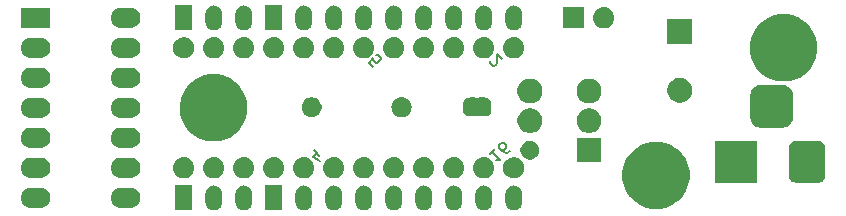
<source format=gbr>
G04 #@! TF.GenerationSoftware,KiCad,Pcbnew,(5.1.4)-1*
G04 #@! TF.CreationDate,2019-11-22T13:16:02+01:00*
G04 #@! TF.ProjectId,ArtNetNode1.2,4172744e-6574-44e6-9f64-65312e322e6b,rev?*
G04 #@! TF.SameCoordinates,Original*
G04 #@! TF.FileFunction,Soldermask,Bot*
G04 #@! TF.FilePolarity,Negative*
%FSLAX46Y46*%
G04 Gerber Fmt 4.6, Leading zero omitted, Abs format (unit mm)*
G04 Created by KiCad (PCBNEW (5.1.4)-1) date 2019-11-22 13:16:02*
%MOMM*%
%LPD*%
G04 APERTURE LIST*
%ADD10C,0.150000*%
%ADD11C,0.100000*%
G04 APERTURE END LIST*
D10*
X201178748Y-62118511D02*
X201178748Y-62185855D01*
X201212420Y-62286870D01*
X201380778Y-62455229D01*
X201481794Y-62488900D01*
X201549137Y-62488900D01*
X201650152Y-62455229D01*
X201717496Y-62387885D01*
X201784839Y-62253198D01*
X201784839Y-61445076D01*
X202222572Y-61882809D01*
X186746870Y-70096175D02*
X186275465Y-69624770D01*
X186847885Y-70533908D02*
X186174450Y-70197190D01*
X186612183Y-69759457D01*
X201582809Y-69557427D02*
X201178748Y-69961488D01*
X201380778Y-69759457D02*
X202087885Y-70466564D01*
X201919526Y-70432892D01*
X201784839Y-70432892D01*
X201683824Y-70466564D01*
X202896007Y-69658442D02*
X202761320Y-69793129D01*
X202660305Y-69826801D01*
X202592961Y-69826801D01*
X202424603Y-69793129D01*
X202256244Y-69692114D01*
X201986870Y-69422740D01*
X201953198Y-69321725D01*
X201953198Y-69254381D01*
X201986870Y-69153366D01*
X202121557Y-69018679D01*
X202222572Y-68985007D01*
X202289916Y-68985007D01*
X202390931Y-69018679D01*
X202559290Y-69187038D01*
X202592961Y-69288053D01*
X202592961Y-69355396D01*
X202559290Y-69456412D01*
X202424603Y-69591099D01*
X202323587Y-69624770D01*
X202256244Y-69624770D01*
X202155229Y-69591099D01*
X191321794Y-62556244D02*
X190985076Y-62219526D01*
X191288122Y-61849137D01*
X191288122Y-61916481D01*
X191321794Y-62017496D01*
X191490152Y-62185855D01*
X191591168Y-62219526D01*
X191658511Y-62219526D01*
X191759526Y-62185855D01*
X191927885Y-62017496D01*
X191961557Y-61916481D01*
X191961557Y-61849137D01*
X191927885Y-61748122D01*
X191759526Y-61579763D01*
X191658511Y-61546091D01*
X191591168Y-61546091D01*
D11*
G36*
X185567420Y-72619143D02*
G01*
X185699556Y-72659227D01*
X185699558Y-72659228D01*
X185821338Y-72724320D01*
X185821340Y-72724321D01*
X185821339Y-72724321D01*
X185928080Y-72811920D01*
X185935789Y-72821314D01*
X186015680Y-72918661D01*
X186031894Y-72948996D01*
X186080773Y-73040443D01*
X186120857Y-73172579D01*
X186131000Y-73275568D01*
X186131000Y-74044432D01*
X186120857Y-74147421D01*
X186085292Y-74264659D01*
X186080772Y-74279559D01*
X186015680Y-74401339D01*
X185928080Y-74508080D01*
X185821339Y-74595680D01*
X185802031Y-74606000D01*
X185699557Y-74660773D01*
X185567421Y-74700857D01*
X185430000Y-74714391D01*
X185292580Y-74700857D01*
X185160444Y-74660773D01*
X185057970Y-74606000D01*
X185038662Y-74595680D01*
X184931921Y-74508080D01*
X184844321Y-74401339D01*
X184779229Y-74279559D01*
X184774709Y-74264659D01*
X184739143Y-74147421D01*
X184729000Y-74044432D01*
X184729000Y-73275569D01*
X184739143Y-73172580D01*
X184779227Y-73040444D01*
X184779229Y-73040441D01*
X184844320Y-72918662D01*
X184860029Y-72899520D01*
X184931920Y-72811920D01*
X185038660Y-72724321D01*
X185038659Y-72724321D01*
X185038661Y-72724320D01*
X185160441Y-72659228D01*
X185160443Y-72659227D01*
X185292579Y-72619143D01*
X185430000Y-72605609D01*
X185567420Y-72619143D01*
X185567420Y-72619143D01*
G37*
G36*
X180487420Y-72619143D02*
G01*
X180619556Y-72659227D01*
X180619558Y-72659228D01*
X180741338Y-72724320D01*
X180741340Y-72724321D01*
X180741339Y-72724321D01*
X180848080Y-72811920D01*
X180855789Y-72821314D01*
X180935680Y-72918661D01*
X180951894Y-72948996D01*
X181000773Y-73040443D01*
X181040857Y-73172579D01*
X181051000Y-73275568D01*
X181051000Y-74044432D01*
X181040857Y-74147421D01*
X181005292Y-74264659D01*
X181000772Y-74279559D01*
X180935680Y-74401339D01*
X180848080Y-74508080D01*
X180741339Y-74595680D01*
X180722031Y-74606000D01*
X180619557Y-74660773D01*
X180487421Y-74700857D01*
X180350000Y-74714391D01*
X180212580Y-74700857D01*
X180080444Y-74660773D01*
X179977970Y-74606000D01*
X179958662Y-74595680D01*
X179851921Y-74508080D01*
X179764321Y-74401339D01*
X179699229Y-74279559D01*
X179694709Y-74264659D01*
X179659143Y-74147421D01*
X179649000Y-74044432D01*
X179649000Y-73275569D01*
X179659143Y-73172580D01*
X179699227Y-73040444D01*
X179699229Y-73040441D01*
X179764320Y-72918662D01*
X179780029Y-72899520D01*
X179851920Y-72811920D01*
X179958660Y-72724321D01*
X179958659Y-72724321D01*
X179958661Y-72724320D01*
X180080441Y-72659228D01*
X180080443Y-72659227D01*
X180212579Y-72619143D01*
X180350000Y-72605609D01*
X180487420Y-72619143D01*
X180487420Y-72619143D01*
G37*
G36*
X177947420Y-72619143D02*
G01*
X178079556Y-72659227D01*
X178079558Y-72659228D01*
X178201338Y-72724320D01*
X178201340Y-72724321D01*
X178201339Y-72724321D01*
X178308080Y-72811920D01*
X178315789Y-72821314D01*
X178395680Y-72918661D01*
X178411894Y-72948996D01*
X178460773Y-73040443D01*
X178500857Y-73172579D01*
X178511000Y-73275568D01*
X178511000Y-74044432D01*
X178500857Y-74147421D01*
X178465292Y-74264659D01*
X178460772Y-74279559D01*
X178395680Y-74401339D01*
X178308080Y-74508080D01*
X178201339Y-74595680D01*
X178182031Y-74606000D01*
X178079557Y-74660773D01*
X177947421Y-74700857D01*
X177810000Y-74714391D01*
X177672580Y-74700857D01*
X177540444Y-74660773D01*
X177437970Y-74606000D01*
X177418662Y-74595680D01*
X177311921Y-74508080D01*
X177224321Y-74401339D01*
X177159229Y-74279559D01*
X177154709Y-74264659D01*
X177119143Y-74147421D01*
X177109000Y-74044432D01*
X177109000Y-73275569D01*
X177119143Y-73172580D01*
X177159227Y-73040444D01*
X177159229Y-73040441D01*
X177224320Y-72918662D01*
X177240029Y-72899520D01*
X177311920Y-72811920D01*
X177418660Y-72724321D01*
X177418659Y-72724321D01*
X177418661Y-72724320D01*
X177540441Y-72659228D01*
X177540443Y-72659227D01*
X177672579Y-72619143D01*
X177810000Y-72605609D01*
X177947420Y-72619143D01*
X177947420Y-72619143D01*
G37*
G36*
X198267420Y-72619143D02*
G01*
X198399556Y-72659227D01*
X198399558Y-72659228D01*
X198521338Y-72724320D01*
X198521340Y-72724321D01*
X198521339Y-72724321D01*
X198628080Y-72811920D01*
X198635789Y-72821314D01*
X198715680Y-72918661D01*
X198731894Y-72948996D01*
X198780773Y-73040443D01*
X198820857Y-73172579D01*
X198831000Y-73275568D01*
X198831000Y-74044432D01*
X198820857Y-74147421D01*
X198785292Y-74264659D01*
X198780772Y-74279559D01*
X198715680Y-74401339D01*
X198628080Y-74508080D01*
X198521339Y-74595680D01*
X198502031Y-74606000D01*
X198399557Y-74660773D01*
X198267421Y-74700857D01*
X198130000Y-74714391D01*
X197992580Y-74700857D01*
X197860444Y-74660773D01*
X197757970Y-74606000D01*
X197738662Y-74595680D01*
X197631921Y-74508080D01*
X197544321Y-74401339D01*
X197479229Y-74279559D01*
X197474709Y-74264659D01*
X197439143Y-74147421D01*
X197429000Y-74044432D01*
X197429000Y-73275569D01*
X197439143Y-73172580D01*
X197479227Y-73040444D01*
X197479229Y-73040441D01*
X197544320Y-72918662D01*
X197560029Y-72899520D01*
X197631920Y-72811920D01*
X197738660Y-72724321D01*
X197738659Y-72724321D01*
X197738661Y-72724320D01*
X197860441Y-72659228D01*
X197860443Y-72659227D01*
X197992579Y-72619143D01*
X198130000Y-72605609D01*
X198267420Y-72619143D01*
X198267420Y-72619143D01*
G37*
G36*
X200807420Y-72619143D02*
G01*
X200939556Y-72659227D01*
X200939558Y-72659228D01*
X201061338Y-72724320D01*
X201061340Y-72724321D01*
X201061339Y-72724321D01*
X201168080Y-72811920D01*
X201175789Y-72821314D01*
X201255680Y-72918661D01*
X201271894Y-72948996D01*
X201320773Y-73040443D01*
X201360857Y-73172579D01*
X201371000Y-73275568D01*
X201371000Y-74044432D01*
X201360857Y-74147421D01*
X201325292Y-74264659D01*
X201320772Y-74279559D01*
X201255680Y-74401339D01*
X201168080Y-74508080D01*
X201061339Y-74595680D01*
X201042031Y-74606000D01*
X200939557Y-74660773D01*
X200807421Y-74700857D01*
X200670000Y-74714391D01*
X200532580Y-74700857D01*
X200400444Y-74660773D01*
X200297970Y-74606000D01*
X200278662Y-74595680D01*
X200171921Y-74508080D01*
X200084321Y-74401339D01*
X200019229Y-74279559D01*
X200014709Y-74264659D01*
X199979143Y-74147421D01*
X199969000Y-74044432D01*
X199969000Y-73275569D01*
X199979143Y-73172580D01*
X200019227Y-73040444D01*
X200019229Y-73040441D01*
X200084320Y-72918662D01*
X200100029Y-72899520D01*
X200171920Y-72811920D01*
X200278660Y-72724321D01*
X200278659Y-72724321D01*
X200278661Y-72724320D01*
X200400441Y-72659228D01*
X200400443Y-72659227D01*
X200532579Y-72619143D01*
X200670000Y-72605609D01*
X200807420Y-72619143D01*
X200807420Y-72619143D01*
G37*
G36*
X195727420Y-72619143D02*
G01*
X195859556Y-72659227D01*
X195859558Y-72659228D01*
X195981338Y-72724320D01*
X195981340Y-72724321D01*
X195981339Y-72724321D01*
X196088080Y-72811920D01*
X196095789Y-72821314D01*
X196175680Y-72918661D01*
X196191894Y-72948996D01*
X196240773Y-73040443D01*
X196280857Y-73172579D01*
X196291000Y-73275568D01*
X196291000Y-74044432D01*
X196280857Y-74147421D01*
X196245292Y-74264659D01*
X196240772Y-74279559D01*
X196175680Y-74401339D01*
X196088080Y-74508080D01*
X195981339Y-74595680D01*
X195962031Y-74606000D01*
X195859557Y-74660773D01*
X195727421Y-74700857D01*
X195590000Y-74714391D01*
X195452580Y-74700857D01*
X195320444Y-74660773D01*
X195217970Y-74606000D01*
X195198662Y-74595680D01*
X195091921Y-74508080D01*
X195004321Y-74401339D01*
X194939229Y-74279559D01*
X194934709Y-74264659D01*
X194899143Y-74147421D01*
X194889000Y-74044432D01*
X194889000Y-73275569D01*
X194899143Y-73172580D01*
X194939227Y-73040444D01*
X194939229Y-73040441D01*
X195004320Y-72918662D01*
X195020029Y-72899520D01*
X195091920Y-72811920D01*
X195198660Y-72724321D01*
X195198659Y-72724321D01*
X195198661Y-72724320D01*
X195320441Y-72659228D01*
X195320443Y-72659227D01*
X195452579Y-72619143D01*
X195590000Y-72605609D01*
X195727420Y-72619143D01*
X195727420Y-72619143D01*
G37*
G36*
X193187420Y-72619143D02*
G01*
X193319556Y-72659227D01*
X193319558Y-72659228D01*
X193441338Y-72724320D01*
X193441340Y-72724321D01*
X193441339Y-72724321D01*
X193548080Y-72811920D01*
X193555789Y-72821314D01*
X193635680Y-72918661D01*
X193651894Y-72948996D01*
X193700773Y-73040443D01*
X193740857Y-73172579D01*
X193751000Y-73275568D01*
X193751000Y-74044432D01*
X193740857Y-74147421D01*
X193705292Y-74264659D01*
X193700772Y-74279559D01*
X193635680Y-74401339D01*
X193548080Y-74508080D01*
X193441339Y-74595680D01*
X193422031Y-74606000D01*
X193319557Y-74660773D01*
X193187421Y-74700857D01*
X193050000Y-74714391D01*
X192912580Y-74700857D01*
X192780444Y-74660773D01*
X192677970Y-74606000D01*
X192658662Y-74595680D01*
X192551921Y-74508080D01*
X192464321Y-74401339D01*
X192399229Y-74279559D01*
X192394709Y-74264659D01*
X192359143Y-74147421D01*
X192349000Y-74044432D01*
X192349000Y-73275569D01*
X192359143Y-73172580D01*
X192399227Y-73040444D01*
X192399229Y-73040441D01*
X192464320Y-72918662D01*
X192480029Y-72899520D01*
X192551920Y-72811920D01*
X192658660Y-72724321D01*
X192658659Y-72724321D01*
X192658661Y-72724320D01*
X192780441Y-72659228D01*
X192780443Y-72659227D01*
X192912579Y-72619143D01*
X193050000Y-72605609D01*
X193187420Y-72619143D01*
X193187420Y-72619143D01*
G37*
G36*
X190647420Y-72619143D02*
G01*
X190779556Y-72659227D01*
X190779558Y-72659228D01*
X190901338Y-72724320D01*
X190901340Y-72724321D01*
X190901339Y-72724321D01*
X191008080Y-72811920D01*
X191015789Y-72821314D01*
X191095680Y-72918661D01*
X191111894Y-72948996D01*
X191160773Y-73040443D01*
X191200857Y-73172579D01*
X191211000Y-73275568D01*
X191211000Y-74044432D01*
X191200857Y-74147421D01*
X191165292Y-74264659D01*
X191160772Y-74279559D01*
X191095680Y-74401339D01*
X191008080Y-74508080D01*
X190901339Y-74595680D01*
X190882031Y-74606000D01*
X190779557Y-74660773D01*
X190647421Y-74700857D01*
X190510000Y-74714391D01*
X190372580Y-74700857D01*
X190240444Y-74660773D01*
X190137970Y-74606000D01*
X190118662Y-74595680D01*
X190011921Y-74508080D01*
X189924321Y-74401339D01*
X189859229Y-74279559D01*
X189854709Y-74264659D01*
X189819143Y-74147421D01*
X189809000Y-74044432D01*
X189809000Y-73275569D01*
X189819143Y-73172580D01*
X189859227Y-73040444D01*
X189859229Y-73040441D01*
X189924320Y-72918662D01*
X189940029Y-72899520D01*
X190011920Y-72811920D01*
X190118660Y-72724321D01*
X190118659Y-72724321D01*
X190118661Y-72724320D01*
X190240441Y-72659228D01*
X190240443Y-72659227D01*
X190372579Y-72619143D01*
X190510000Y-72605609D01*
X190647420Y-72619143D01*
X190647420Y-72619143D01*
G37*
G36*
X188107420Y-72619143D02*
G01*
X188239556Y-72659227D01*
X188239558Y-72659228D01*
X188361338Y-72724320D01*
X188361340Y-72724321D01*
X188361339Y-72724321D01*
X188468080Y-72811920D01*
X188475789Y-72821314D01*
X188555680Y-72918661D01*
X188571894Y-72948996D01*
X188620773Y-73040443D01*
X188660857Y-73172579D01*
X188671000Y-73275568D01*
X188671000Y-74044432D01*
X188660857Y-74147421D01*
X188625292Y-74264659D01*
X188620772Y-74279559D01*
X188555680Y-74401339D01*
X188468080Y-74508080D01*
X188361339Y-74595680D01*
X188342031Y-74606000D01*
X188239557Y-74660773D01*
X188107421Y-74700857D01*
X187970000Y-74714391D01*
X187832580Y-74700857D01*
X187700444Y-74660773D01*
X187597970Y-74606000D01*
X187578662Y-74595680D01*
X187471921Y-74508080D01*
X187384321Y-74401339D01*
X187319229Y-74279559D01*
X187314709Y-74264659D01*
X187279143Y-74147421D01*
X187269000Y-74044432D01*
X187269000Y-73275569D01*
X187279143Y-73172580D01*
X187319227Y-73040444D01*
X187319229Y-73040441D01*
X187384320Y-72918662D01*
X187400029Y-72899520D01*
X187471920Y-72811920D01*
X187578660Y-72724321D01*
X187578659Y-72724321D01*
X187578661Y-72724320D01*
X187700441Y-72659228D01*
X187700443Y-72659227D01*
X187832579Y-72619143D01*
X187970000Y-72605609D01*
X188107420Y-72619143D01*
X188107420Y-72619143D01*
G37*
G36*
X203347420Y-72619143D02*
G01*
X203479556Y-72659227D01*
X203479558Y-72659228D01*
X203601338Y-72724320D01*
X203601340Y-72724321D01*
X203601339Y-72724321D01*
X203708080Y-72811920D01*
X203715789Y-72821314D01*
X203795680Y-72918661D01*
X203811894Y-72948996D01*
X203860773Y-73040443D01*
X203900857Y-73172579D01*
X203911000Y-73275568D01*
X203911000Y-74044432D01*
X203900857Y-74147421D01*
X203865292Y-74264659D01*
X203860772Y-74279559D01*
X203795680Y-74401339D01*
X203708080Y-74508080D01*
X203601339Y-74595680D01*
X203582031Y-74606000D01*
X203479557Y-74660773D01*
X203347421Y-74700857D01*
X203210000Y-74714391D01*
X203072580Y-74700857D01*
X202940444Y-74660773D01*
X202837970Y-74606000D01*
X202818662Y-74595680D01*
X202711921Y-74508080D01*
X202624321Y-74401339D01*
X202559229Y-74279559D01*
X202554709Y-74264659D01*
X202519143Y-74147421D01*
X202509000Y-74044432D01*
X202509000Y-73275569D01*
X202519143Y-73172580D01*
X202559227Y-73040444D01*
X202559229Y-73040441D01*
X202624320Y-72918662D01*
X202640029Y-72899520D01*
X202711920Y-72811920D01*
X202818660Y-72724321D01*
X202818659Y-72724321D01*
X202818661Y-72724320D01*
X202940441Y-72659228D01*
X202940443Y-72659227D01*
X203072579Y-72619143D01*
X203210000Y-72605609D01*
X203347420Y-72619143D01*
X203347420Y-72619143D01*
G37*
G36*
X175971000Y-74711000D02*
G01*
X174569000Y-74711000D01*
X174569000Y-72609000D01*
X175971000Y-72609000D01*
X175971000Y-74711000D01*
X175971000Y-74711000D01*
G37*
G36*
X183591000Y-74711000D02*
G01*
X182189000Y-74711000D01*
X182189000Y-72609000D01*
X183591000Y-72609000D01*
X183591000Y-74711000D01*
X183591000Y-74711000D01*
G37*
G36*
X215576778Y-68910162D02*
G01*
X216096606Y-69013562D01*
X216615455Y-69228476D01*
X216900125Y-69418687D01*
X217066927Y-69530140D01*
X217082407Y-69540484D01*
X217479516Y-69937593D01*
X217791524Y-70404545D01*
X218006438Y-70923394D01*
X218045545Y-71120000D01*
X218114462Y-71466466D01*
X218116000Y-71474201D01*
X218116000Y-72035799D01*
X218006438Y-72586606D01*
X217791524Y-73105455D01*
X217541579Y-73479524D01*
X217479517Y-73572406D01*
X217082406Y-73969517D01*
X216989524Y-74031579D01*
X216615455Y-74281524D01*
X216096606Y-74496438D01*
X215545800Y-74606000D01*
X214984200Y-74606000D01*
X214433394Y-74496438D01*
X213914545Y-74281524D01*
X213540476Y-74031579D01*
X213447594Y-73969517D01*
X213050483Y-73572406D01*
X212988421Y-73479524D01*
X212738476Y-73105455D01*
X212523562Y-72586606D01*
X212414000Y-72035799D01*
X212414000Y-71474201D01*
X212415539Y-71466466D01*
X212484455Y-71120000D01*
X212523562Y-70923394D01*
X212738476Y-70404545D01*
X213050484Y-69937593D01*
X213447593Y-69540484D01*
X213463074Y-69530140D01*
X213629875Y-69418687D01*
X213914545Y-69228476D01*
X214433394Y-69013562D01*
X214953222Y-68910162D01*
X214984200Y-68904000D01*
X215545800Y-68904000D01*
X215576778Y-68910162D01*
X215576778Y-68910162D01*
G37*
G36*
X170912623Y-72821313D02*
G01*
X171073042Y-72869976D01*
X171164123Y-72918660D01*
X171220878Y-72948996D01*
X171350459Y-73055341D01*
X171456804Y-73184922D01*
X171456805Y-73184924D01*
X171535824Y-73332758D01*
X171584487Y-73493177D01*
X171600917Y-73660000D01*
X171584487Y-73826823D01*
X171535824Y-73987242D01*
X171505257Y-74044429D01*
X171456804Y-74135078D01*
X171350459Y-74264659D01*
X171220878Y-74371004D01*
X171220876Y-74371005D01*
X171073042Y-74450024D01*
X170912623Y-74498687D01*
X170787604Y-74511000D01*
X169903996Y-74511000D01*
X169778977Y-74498687D01*
X169618558Y-74450024D01*
X169470724Y-74371005D01*
X169470722Y-74371004D01*
X169341141Y-74264659D01*
X169234796Y-74135078D01*
X169186343Y-74044429D01*
X169155776Y-73987242D01*
X169107113Y-73826823D01*
X169090683Y-73660000D01*
X169107113Y-73493177D01*
X169155776Y-73332758D01*
X169234795Y-73184924D01*
X169234796Y-73184922D01*
X169341141Y-73055341D01*
X169470722Y-72948996D01*
X169527477Y-72918660D01*
X169618558Y-72869976D01*
X169778977Y-72821313D01*
X169903996Y-72809000D01*
X170787604Y-72809000D01*
X170912623Y-72821313D01*
X170912623Y-72821313D01*
G37*
G36*
X163292623Y-72821313D02*
G01*
X163453042Y-72869976D01*
X163544123Y-72918660D01*
X163600878Y-72948996D01*
X163730459Y-73055341D01*
X163836804Y-73184922D01*
X163836805Y-73184924D01*
X163915824Y-73332758D01*
X163964487Y-73493177D01*
X163980917Y-73660000D01*
X163964487Y-73826823D01*
X163915824Y-73987242D01*
X163885257Y-74044429D01*
X163836804Y-74135078D01*
X163730459Y-74264659D01*
X163600878Y-74371004D01*
X163600876Y-74371005D01*
X163453042Y-74450024D01*
X163292623Y-74498687D01*
X163167604Y-74511000D01*
X162283996Y-74511000D01*
X162158977Y-74498687D01*
X161998558Y-74450024D01*
X161850724Y-74371005D01*
X161850722Y-74371004D01*
X161721141Y-74264659D01*
X161614796Y-74135078D01*
X161566343Y-74044429D01*
X161535776Y-73987242D01*
X161487113Y-73826823D01*
X161470683Y-73660000D01*
X161487113Y-73493177D01*
X161535776Y-73332758D01*
X161614795Y-73184924D01*
X161614796Y-73184922D01*
X161721141Y-73055341D01*
X161850722Y-72948996D01*
X161907477Y-72918660D01*
X161998558Y-72869976D01*
X162158977Y-72821313D01*
X162283996Y-72809000D01*
X163167604Y-72809000D01*
X163292623Y-72821313D01*
X163292623Y-72821313D01*
G37*
G36*
X223845000Y-72413000D02*
G01*
X220243000Y-72413000D01*
X220243000Y-68811000D01*
X223845000Y-68811000D01*
X223845000Y-72413000D01*
X223845000Y-72413000D01*
G37*
G36*
X229020979Y-68825293D02*
G01*
X229154625Y-68865834D01*
X229277784Y-68931664D01*
X229385740Y-69020260D01*
X229474336Y-69128216D01*
X229540166Y-69251375D01*
X229580707Y-69385021D01*
X229595000Y-69530140D01*
X229595000Y-71693860D01*
X229580707Y-71838979D01*
X229540166Y-71972625D01*
X229474336Y-72095784D01*
X229385740Y-72203740D01*
X229277784Y-72292336D01*
X229154625Y-72358166D01*
X229020979Y-72398707D01*
X228875860Y-72413000D01*
X227212140Y-72413000D01*
X227067021Y-72398707D01*
X226933375Y-72358166D01*
X226810216Y-72292336D01*
X226702260Y-72203740D01*
X226613664Y-72095784D01*
X226547834Y-71972625D01*
X226507293Y-71838979D01*
X226493000Y-71693860D01*
X226493000Y-69530140D01*
X226507293Y-69385021D01*
X226547834Y-69251375D01*
X226613664Y-69128216D01*
X226702260Y-69020260D01*
X226810216Y-68931664D01*
X226933375Y-68865834D01*
X227067021Y-68825293D01*
X227212140Y-68811000D01*
X228875860Y-68811000D01*
X229020979Y-68825293D01*
X229020979Y-68825293D01*
G37*
G36*
X190610442Y-70225518D02*
G01*
X190676627Y-70232037D01*
X190846466Y-70283557D01*
X191002991Y-70367222D01*
X191031013Y-70390219D01*
X191140186Y-70479814D01*
X191223448Y-70581271D01*
X191252778Y-70617009D01*
X191336443Y-70773534D01*
X191387963Y-70943373D01*
X191405359Y-71120000D01*
X191387963Y-71296627D01*
X191336443Y-71466466D01*
X191252778Y-71622991D01*
X191223448Y-71658729D01*
X191140186Y-71760186D01*
X191044175Y-71838979D01*
X191002991Y-71872778D01*
X190846466Y-71956443D01*
X190676627Y-72007963D01*
X190610443Y-72014481D01*
X190544260Y-72021000D01*
X190455740Y-72021000D01*
X190389557Y-72014481D01*
X190323373Y-72007963D01*
X190153534Y-71956443D01*
X189997009Y-71872778D01*
X189955825Y-71838979D01*
X189859814Y-71760186D01*
X189776552Y-71658729D01*
X189747222Y-71622991D01*
X189663557Y-71466466D01*
X189612037Y-71296627D01*
X189594641Y-71120000D01*
X189612037Y-70943373D01*
X189663557Y-70773534D01*
X189747222Y-70617009D01*
X189776552Y-70581271D01*
X189859814Y-70479814D01*
X189968987Y-70390219D01*
X189997009Y-70367222D01*
X190153534Y-70283557D01*
X190323373Y-70232037D01*
X190389558Y-70225518D01*
X190455740Y-70219000D01*
X190544260Y-70219000D01*
X190610442Y-70225518D01*
X190610442Y-70225518D01*
G37*
G36*
X180450442Y-70225518D02*
G01*
X180516627Y-70232037D01*
X180686466Y-70283557D01*
X180842991Y-70367222D01*
X180871013Y-70390219D01*
X180980186Y-70479814D01*
X181063448Y-70581271D01*
X181092778Y-70617009D01*
X181176443Y-70773534D01*
X181227963Y-70943373D01*
X181245359Y-71120000D01*
X181227963Y-71296627D01*
X181176443Y-71466466D01*
X181092778Y-71622991D01*
X181063448Y-71658729D01*
X180980186Y-71760186D01*
X180884175Y-71838979D01*
X180842991Y-71872778D01*
X180686466Y-71956443D01*
X180516627Y-72007963D01*
X180450443Y-72014481D01*
X180384260Y-72021000D01*
X180295740Y-72021000D01*
X180229557Y-72014481D01*
X180163373Y-72007963D01*
X179993534Y-71956443D01*
X179837009Y-71872778D01*
X179795825Y-71838979D01*
X179699814Y-71760186D01*
X179616552Y-71658729D01*
X179587222Y-71622991D01*
X179503557Y-71466466D01*
X179452037Y-71296627D01*
X179434641Y-71120000D01*
X179452037Y-70943373D01*
X179503557Y-70773534D01*
X179587222Y-70617009D01*
X179616552Y-70581271D01*
X179699814Y-70479814D01*
X179808987Y-70390219D01*
X179837009Y-70367222D01*
X179993534Y-70283557D01*
X180163373Y-70232037D01*
X180229558Y-70225518D01*
X180295740Y-70219000D01*
X180384260Y-70219000D01*
X180450442Y-70225518D01*
X180450442Y-70225518D01*
G37*
G36*
X182990442Y-70225518D02*
G01*
X183056627Y-70232037D01*
X183226466Y-70283557D01*
X183382991Y-70367222D01*
X183411013Y-70390219D01*
X183520186Y-70479814D01*
X183603448Y-70581271D01*
X183632778Y-70617009D01*
X183716443Y-70773534D01*
X183767963Y-70943373D01*
X183785359Y-71120000D01*
X183767963Y-71296627D01*
X183716443Y-71466466D01*
X183632778Y-71622991D01*
X183603448Y-71658729D01*
X183520186Y-71760186D01*
X183424175Y-71838979D01*
X183382991Y-71872778D01*
X183226466Y-71956443D01*
X183056627Y-72007963D01*
X182990443Y-72014481D01*
X182924260Y-72021000D01*
X182835740Y-72021000D01*
X182769557Y-72014481D01*
X182703373Y-72007963D01*
X182533534Y-71956443D01*
X182377009Y-71872778D01*
X182335825Y-71838979D01*
X182239814Y-71760186D01*
X182156552Y-71658729D01*
X182127222Y-71622991D01*
X182043557Y-71466466D01*
X181992037Y-71296627D01*
X181974641Y-71120000D01*
X181992037Y-70943373D01*
X182043557Y-70773534D01*
X182127222Y-70617009D01*
X182156552Y-70581271D01*
X182239814Y-70479814D01*
X182348987Y-70390219D01*
X182377009Y-70367222D01*
X182533534Y-70283557D01*
X182703373Y-70232037D01*
X182769558Y-70225518D01*
X182835740Y-70219000D01*
X182924260Y-70219000D01*
X182990442Y-70225518D01*
X182990442Y-70225518D01*
G37*
G36*
X185530442Y-70225518D02*
G01*
X185596627Y-70232037D01*
X185766466Y-70283557D01*
X185922991Y-70367222D01*
X185951013Y-70390219D01*
X186060186Y-70479814D01*
X186143448Y-70581271D01*
X186172778Y-70617009D01*
X186256443Y-70773534D01*
X186307963Y-70943373D01*
X186325359Y-71120000D01*
X186307963Y-71296627D01*
X186256443Y-71466466D01*
X186172778Y-71622991D01*
X186143448Y-71658729D01*
X186060186Y-71760186D01*
X185964175Y-71838979D01*
X185922991Y-71872778D01*
X185766466Y-71956443D01*
X185596627Y-72007963D01*
X185530443Y-72014481D01*
X185464260Y-72021000D01*
X185375740Y-72021000D01*
X185309557Y-72014481D01*
X185243373Y-72007963D01*
X185073534Y-71956443D01*
X184917009Y-71872778D01*
X184875825Y-71838979D01*
X184779814Y-71760186D01*
X184696552Y-71658729D01*
X184667222Y-71622991D01*
X184583557Y-71466466D01*
X184532037Y-71296627D01*
X184514641Y-71120000D01*
X184532037Y-70943373D01*
X184583557Y-70773534D01*
X184667222Y-70617009D01*
X184696552Y-70581271D01*
X184779814Y-70479814D01*
X184888987Y-70390219D01*
X184917009Y-70367222D01*
X185073534Y-70283557D01*
X185243373Y-70232037D01*
X185309558Y-70225518D01*
X185375740Y-70219000D01*
X185464260Y-70219000D01*
X185530442Y-70225518D01*
X185530442Y-70225518D01*
G37*
G36*
X188070442Y-70225518D02*
G01*
X188136627Y-70232037D01*
X188306466Y-70283557D01*
X188462991Y-70367222D01*
X188491013Y-70390219D01*
X188600186Y-70479814D01*
X188683448Y-70581271D01*
X188712778Y-70617009D01*
X188796443Y-70773534D01*
X188847963Y-70943373D01*
X188865359Y-71120000D01*
X188847963Y-71296627D01*
X188796443Y-71466466D01*
X188712778Y-71622991D01*
X188683448Y-71658729D01*
X188600186Y-71760186D01*
X188504175Y-71838979D01*
X188462991Y-71872778D01*
X188306466Y-71956443D01*
X188136627Y-72007963D01*
X188070443Y-72014481D01*
X188004260Y-72021000D01*
X187915740Y-72021000D01*
X187849557Y-72014481D01*
X187783373Y-72007963D01*
X187613534Y-71956443D01*
X187457009Y-71872778D01*
X187415825Y-71838979D01*
X187319814Y-71760186D01*
X187236552Y-71658729D01*
X187207222Y-71622991D01*
X187123557Y-71466466D01*
X187072037Y-71296627D01*
X187054641Y-71120000D01*
X187072037Y-70943373D01*
X187123557Y-70773534D01*
X187207222Y-70617009D01*
X187236552Y-70581271D01*
X187319814Y-70479814D01*
X187428987Y-70390219D01*
X187457009Y-70367222D01*
X187613534Y-70283557D01*
X187783373Y-70232037D01*
X187849558Y-70225518D01*
X187915740Y-70219000D01*
X188004260Y-70219000D01*
X188070442Y-70225518D01*
X188070442Y-70225518D01*
G37*
G36*
X193150442Y-70225518D02*
G01*
X193216627Y-70232037D01*
X193386466Y-70283557D01*
X193542991Y-70367222D01*
X193571013Y-70390219D01*
X193680186Y-70479814D01*
X193763448Y-70581271D01*
X193792778Y-70617009D01*
X193876443Y-70773534D01*
X193927963Y-70943373D01*
X193945359Y-71120000D01*
X193927963Y-71296627D01*
X193876443Y-71466466D01*
X193792778Y-71622991D01*
X193763448Y-71658729D01*
X193680186Y-71760186D01*
X193584175Y-71838979D01*
X193542991Y-71872778D01*
X193386466Y-71956443D01*
X193216627Y-72007963D01*
X193150443Y-72014481D01*
X193084260Y-72021000D01*
X192995740Y-72021000D01*
X192929557Y-72014481D01*
X192863373Y-72007963D01*
X192693534Y-71956443D01*
X192537009Y-71872778D01*
X192495825Y-71838979D01*
X192399814Y-71760186D01*
X192316552Y-71658729D01*
X192287222Y-71622991D01*
X192203557Y-71466466D01*
X192152037Y-71296627D01*
X192134641Y-71120000D01*
X192152037Y-70943373D01*
X192203557Y-70773534D01*
X192287222Y-70617009D01*
X192316552Y-70581271D01*
X192399814Y-70479814D01*
X192508987Y-70390219D01*
X192537009Y-70367222D01*
X192693534Y-70283557D01*
X192863373Y-70232037D01*
X192929558Y-70225518D01*
X192995740Y-70219000D01*
X193084260Y-70219000D01*
X193150442Y-70225518D01*
X193150442Y-70225518D01*
G37*
G36*
X198230442Y-70225518D02*
G01*
X198296627Y-70232037D01*
X198466466Y-70283557D01*
X198622991Y-70367222D01*
X198651013Y-70390219D01*
X198760186Y-70479814D01*
X198843448Y-70581271D01*
X198872778Y-70617009D01*
X198956443Y-70773534D01*
X199007963Y-70943373D01*
X199025359Y-71120000D01*
X199007963Y-71296627D01*
X198956443Y-71466466D01*
X198872778Y-71622991D01*
X198843448Y-71658729D01*
X198760186Y-71760186D01*
X198664175Y-71838979D01*
X198622991Y-71872778D01*
X198466466Y-71956443D01*
X198296627Y-72007963D01*
X198230443Y-72014481D01*
X198164260Y-72021000D01*
X198075740Y-72021000D01*
X198009557Y-72014481D01*
X197943373Y-72007963D01*
X197773534Y-71956443D01*
X197617009Y-71872778D01*
X197575825Y-71838979D01*
X197479814Y-71760186D01*
X197396552Y-71658729D01*
X197367222Y-71622991D01*
X197283557Y-71466466D01*
X197232037Y-71296627D01*
X197214641Y-71120000D01*
X197232037Y-70943373D01*
X197283557Y-70773534D01*
X197367222Y-70617009D01*
X197396552Y-70581271D01*
X197479814Y-70479814D01*
X197588987Y-70390219D01*
X197617009Y-70367222D01*
X197773534Y-70283557D01*
X197943373Y-70232037D01*
X198009558Y-70225518D01*
X198075740Y-70219000D01*
X198164260Y-70219000D01*
X198230442Y-70225518D01*
X198230442Y-70225518D01*
G37*
G36*
X203313512Y-70223927D02*
G01*
X203462812Y-70253624D01*
X203626784Y-70321544D01*
X203774354Y-70420147D01*
X203899853Y-70545646D01*
X203998456Y-70693216D01*
X204066376Y-70857188D01*
X204101000Y-71031259D01*
X204101000Y-71208741D01*
X204066376Y-71382812D01*
X203998456Y-71546784D01*
X203899853Y-71694354D01*
X203774354Y-71819853D01*
X203626784Y-71918456D01*
X203462812Y-71986376D01*
X203313512Y-72016073D01*
X203288742Y-72021000D01*
X203111258Y-72021000D01*
X203086488Y-72016073D01*
X202937188Y-71986376D01*
X202773216Y-71918456D01*
X202625646Y-71819853D01*
X202500147Y-71694354D01*
X202401544Y-71546784D01*
X202333624Y-71382812D01*
X202299000Y-71208741D01*
X202299000Y-71031259D01*
X202333624Y-70857188D01*
X202401544Y-70693216D01*
X202500147Y-70545646D01*
X202625646Y-70420147D01*
X202773216Y-70321544D01*
X202937188Y-70253624D01*
X203086488Y-70223927D01*
X203111258Y-70219000D01*
X203288742Y-70219000D01*
X203313512Y-70223927D01*
X203313512Y-70223927D01*
G37*
G36*
X177910442Y-70225518D02*
G01*
X177976627Y-70232037D01*
X178146466Y-70283557D01*
X178302991Y-70367222D01*
X178331013Y-70390219D01*
X178440186Y-70479814D01*
X178523448Y-70581271D01*
X178552778Y-70617009D01*
X178636443Y-70773534D01*
X178687963Y-70943373D01*
X178705359Y-71120000D01*
X178687963Y-71296627D01*
X178636443Y-71466466D01*
X178552778Y-71622991D01*
X178523448Y-71658729D01*
X178440186Y-71760186D01*
X178344175Y-71838979D01*
X178302991Y-71872778D01*
X178146466Y-71956443D01*
X177976627Y-72007963D01*
X177910443Y-72014481D01*
X177844260Y-72021000D01*
X177755740Y-72021000D01*
X177689557Y-72014481D01*
X177623373Y-72007963D01*
X177453534Y-71956443D01*
X177297009Y-71872778D01*
X177255825Y-71838979D01*
X177159814Y-71760186D01*
X177076552Y-71658729D01*
X177047222Y-71622991D01*
X176963557Y-71466466D01*
X176912037Y-71296627D01*
X176894641Y-71120000D01*
X176912037Y-70943373D01*
X176963557Y-70773534D01*
X177047222Y-70617009D01*
X177076552Y-70581271D01*
X177159814Y-70479814D01*
X177268987Y-70390219D01*
X177297009Y-70367222D01*
X177453534Y-70283557D01*
X177623373Y-70232037D01*
X177689558Y-70225518D01*
X177755740Y-70219000D01*
X177844260Y-70219000D01*
X177910442Y-70225518D01*
X177910442Y-70225518D01*
G37*
G36*
X175370442Y-70225518D02*
G01*
X175436627Y-70232037D01*
X175606466Y-70283557D01*
X175762991Y-70367222D01*
X175791013Y-70390219D01*
X175900186Y-70479814D01*
X175983448Y-70581271D01*
X176012778Y-70617009D01*
X176096443Y-70773534D01*
X176147963Y-70943373D01*
X176165359Y-71120000D01*
X176147963Y-71296627D01*
X176096443Y-71466466D01*
X176012778Y-71622991D01*
X175983448Y-71658729D01*
X175900186Y-71760186D01*
X175804175Y-71838979D01*
X175762991Y-71872778D01*
X175606466Y-71956443D01*
X175436627Y-72007963D01*
X175370443Y-72014481D01*
X175304260Y-72021000D01*
X175215740Y-72021000D01*
X175149557Y-72014481D01*
X175083373Y-72007963D01*
X174913534Y-71956443D01*
X174757009Y-71872778D01*
X174715825Y-71838979D01*
X174619814Y-71760186D01*
X174536552Y-71658729D01*
X174507222Y-71622991D01*
X174423557Y-71466466D01*
X174372037Y-71296627D01*
X174354641Y-71120000D01*
X174372037Y-70943373D01*
X174423557Y-70773534D01*
X174507222Y-70617009D01*
X174536552Y-70581271D01*
X174619814Y-70479814D01*
X174728987Y-70390219D01*
X174757009Y-70367222D01*
X174913534Y-70283557D01*
X175083373Y-70232037D01*
X175149558Y-70225518D01*
X175215740Y-70219000D01*
X175304260Y-70219000D01*
X175370442Y-70225518D01*
X175370442Y-70225518D01*
G37*
G36*
X200770442Y-70225518D02*
G01*
X200836627Y-70232037D01*
X201006466Y-70283557D01*
X201162991Y-70367222D01*
X201191013Y-70390219D01*
X201300186Y-70479814D01*
X201383448Y-70581271D01*
X201412778Y-70617009D01*
X201496443Y-70773534D01*
X201547963Y-70943373D01*
X201565359Y-71120000D01*
X201547963Y-71296627D01*
X201496443Y-71466466D01*
X201412778Y-71622991D01*
X201383448Y-71658729D01*
X201300186Y-71760186D01*
X201204175Y-71838979D01*
X201162991Y-71872778D01*
X201006466Y-71956443D01*
X200836627Y-72007963D01*
X200770443Y-72014481D01*
X200704260Y-72021000D01*
X200615740Y-72021000D01*
X200549557Y-72014481D01*
X200483373Y-72007963D01*
X200313534Y-71956443D01*
X200157009Y-71872778D01*
X200115825Y-71838979D01*
X200019814Y-71760186D01*
X199936552Y-71658729D01*
X199907222Y-71622991D01*
X199823557Y-71466466D01*
X199772037Y-71296627D01*
X199754641Y-71120000D01*
X199772037Y-70943373D01*
X199823557Y-70773534D01*
X199907222Y-70617009D01*
X199936552Y-70581271D01*
X200019814Y-70479814D01*
X200128987Y-70390219D01*
X200157009Y-70367222D01*
X200313534Y-70283557D01*
X200483373Y-70232037D01*
X200549558Y-70225518D01*
X200615740Y-70219000D01*
X200704260Y-70219000D01*
X200770442Y-70225518D01*
X200770442Y-70225518D01*
G37*
G36*
X195690442Y-70225518D02*
G01*
X195756627Y-70232037D01*
X195926466Y-70283557D01*
X196082991Y-70367222D01*
X196111013Y-70390219D01*
X196220186Y-70479814D01*
X196303448Y-70581271D01*
X196332778Y-70617009D01*
X196416443Y-70773534D01*
X196467963Y-70943373D01*
X196485359Y-71120000D01*
X196467963Y-71296627D01*
X196416443Y-71466466D01*
X196332778Y-71622991D01*
X196303448Y-71658729D01*
X196220186Y-71760186D01*
X196124175Y-71838979D01*
X196082991Y-71872778D01*
X195926466Y-71956443D01*
X195756627Y-72007963D01*
X195690443Y-72014481D01*
X195624260Y-72021000D01*
X195535740Y-72021000D01*
X195469557Y-72014481D01*
X195403373Y-72007963D01*
X195233534Y-71956443D01*
X195077009Y-71872778D01*
X195035825Y-71838979D01*
X194939814Y-71760186D01*
X194856552Y-71658729D01*
X194827222Y-71622991D01*
X194743557Y-71466466D01*
X194692037Y-71296627D01*
X194674641Y-71120000D01*
X194692037Y-70943373D01*
X194743557Y-70773534D01*
X194827222Y-70617009D01*
X194856552Y-70581271D01*
X194939814Y-70479814D01*
X195048987Y-70390219D01*
X195077009Y-70367222D01*
X195233534Y-70283557D01*
X195403373Y-70232037D01*
X195469558Y-70225518D01*
X195535740Y-70219000D01*
X195624260Y-70219000D01*
X195690442Y-70225518D01*
X195690442Y-70225518D01*
G37*
G36*
X163292623Y-70281313D02*
G01*
X163453042Y-70329976D01*
X163585706Y-70400886D01*
X163600878Y-70408996D01*
X163730459Y-70515341D01*
X163836804Y-70644922D01*
X163836805Y-70644924D01*
X163915824Y-70792758D01*
X163964487Y-70953177D01*
X163980917Y-71120000D01*
X163964487Y-71286823D01*
X163915824Y-71447242D01*
X163844914Y-71579906D01*
X163836804Y-71595078D01*
X163730459Y-71724659D01*
X163600878Y-71831004D01*
X163600876Y-71831005D01*
X163453042Y-71910024D01*
X163292623Y-71958687D01*
X163167604Y-71971000D01*
X162283996Y-71971000D01*
X162158977Y-71958687D01*
X161998558Y-71910024D01*
X161850724Y-71831005D01*
X161850722Y-71831004D01*
X161721141Y-71724659D01*
X161614796Y-71595078D01*
X161606686Y-71579906D01*
X161535776Y-71447242D01*
X161487113Y-71286823D01*
X161470683Y-71120000D01*
X161487113Y-70953177D01*
X161535776Y-70792758D01*
X161614795Y-70644924D01*
X161614796Y-70644922D01*
X161721141Y-70515341D01*
X161850722Y-70408996D01*
X161865894Y-70400886D01*
X161998558Y-70329976D01*
X162158977Y-70281313D01*
X162283996Y-70269000D01*
X163167604Y-70269000D01*
X163292623Y-70281313D01*
X163292623Y-70281313D01*
G37*
G36*
X170912623Y-70281313D02*
G01*
X171073042Y-70329976D01*
X171205706Y-70400886D01*
X171220878Y-70408996D01*
X171350459Y-70515341D01*
X171456804Y-70644922D01*
X171456805Y-70644924D01*
X171535824Y-70792758D01*
X171584487Y-70953177D01*
X171600917Y-71120000D01*
X171584487Y-71286823D01*
X171535824Y-71447242D01*
X171464914Y-71579906D01*
X171456804Y-71595078D01*
X171350459Y-71724659D01*
X171220878Y-71831004D01*
X171220876Y-71831005D01*
X171073042Y-71910024D01*
X170912623Y-71958687D01*
X170787604Y-71971000D01*
X169903996Y-71971000D01*
X169778977Y-71958687D01*
X169618558Y-71910024D01*
X169470724Y-71831005D01*
X169470722Y-71831004D01*
X169341141Y-71724659D01*
X169234796Y-71595078D01*
X169226686Y-71579906D01*
X169155776Y-71447242D01*
X169107113Y-71286823D01*
X169090683Y-71120000D01*
X169107113Y-70953177D01*
X169155776Y-70792758D01*
X169234795Y-70644924D01*
X169234796Y-70644922D01*
X169341141Y-70515341D01*
X169470722Y-70408996D01*
X169485894Y-70400886D01*
X169618558Y-70329976D01*
X169778977Y-70281313D01*
X169903996Y-70269000D01*
X170787604Y-70269000D01*
X170912623Y-70281313D01*
X170912623Y-70281313D01*
G37*
G36*
X210631000Y-70671000D02*
G01*
X208529000Y-70671000D01*
X208529000Y-68569000D01*
X210631000Y-68569000D01*
X210631000Y-70671000D01*
X210631000Y-70671000D01*
G37*
G36*
X204813642Y-68849781D02*
G01*
X204959414Y-68910162D01*
X204959416Y-68910163D01*
X205090608Y-68997822D01*
X205202178Y-69109392D01*
X205289837Y-69240584D01*
X205289838Y-69240586D01*
X205350219Y-69386358D01*
X205381000Y-69541107D01*
X205381000Y-69698893D01*
X205350219Y-69853642D01*
X205289838Y-69999414D01*
X205289837Y-69999416D01*
X205202178Y-70130608D01*
X205090608Y-70242178D01*
X204959416Y-70329837D01*
X204959415Y-70329838D01*
X204959414Y-70329838D01*
X204813642Y-70390219D01*
X204658893Y-70421000D01*
X204501107Y-70421000D01*
X204346358Y-70390219D01*
X204200586Y-70329838D01*
X204200585Y-70329838D01*
X204200584Y-70329837D01*
X204069392Y-70242178D01*
X203957822Y-70130608D01*
X203870163Y-69999416D01*
X203870162Y-69999414D01*
X203809781Y-69853642D01*
X203779000Y-69698893D01*
X203779000Y-69541107D01*
X203809781Y-69386358D01*
X203870162Y-69240586D01*
X203870163Y-69240584D01*
X203957822Y-69109392D01*
X204069392Y-68997822D01*
X204200584Y-68910163D01*
X204200586Y-68910162D01*
X204346358Y-68849781D01*
X204501107Y-68819000D01*
X204658893Y-68819000D01*
X204813642Y-68849781D01*
X204813642Y-68849781D01*
G37*
G36*
X170912623Y-67741313D02*
G01*
X171073042Y-67789976D01*
X171199196Y-67857407D01*
X171220878Y-67868996D01*
X171350459Y-67975341D01*
X171456804Y-68104922D01*
X171456805Y-68104924D01*
X171535824Y-68252758D01*
X171584487Y-68413177D01*
X171600917Y-68580000D01*
X171584487Y-68746823D01*
X171565019Y-68811000D01*
X171536808Y-68904000D01*
X171535824Y-68907242D01*
X171465858Y-69038139D01*
X171456804Y-69055078D01*
X171350459Y-69184659D01*
X171220878Y-69291004D01*
X171220876Y-69291005D01*
X171073042Y-69370024D01*
X170912623Y-69418687D01*
X170787604Y-69431000D01*
X169903996Y-69431000D01*
X169778977Y-69418687D01*
X169618558Y-69370024D01*
X169470724Y-69291005D01*
X169470722Y-69291004D01*
X169341141Y-69184659D01*
X169234796Y-69055078D01*
X169225742Y-69038139D01*
X169155776Y-68907242D01*
X169154793Y-68904000D01*
X169126581Y-68811000D01*
X169107113Y-68746823D01*
X169090683Y-68580000D01*
X169107113Y-68413177D01*
X169155776Y-68252758D01*
X169234795Y-68104924D01*
X169234796Y-68104922D01*
X169341141Y-67975341D01*
X169470722Y-67868996D01*
X169492404Y-67857407D01*
X169618558Y-67789976D01*
X169778977Y-67741313D01*
X169903996Y-67729000D01*
X170787604Y-67729000D01*
X170912623Y-67741313D01*
X170912623Y-67741313D01*
G37*
G36*
X163292623Y-67741313D02*
G01*
X163453042Y-67789976D01*
X163579196Y-67857407D01*
X163600878Y-67868996D01*
X163730459Y-67975341D01*
X163836804Y-68104922D01*
X163836805Y-68104924D01*
X163915824Y-68252758D01*
X163964487Y-68413177D01*
X163980917Y-68580000D01*
X163964487Y-68746823D01*
X163945019Y-68811000D01*
X163916808Y-68904000D01*
X163915824Y-68907242D01*
X163845858Y-69038139D01*
X163836804Y-69055078D01*
X163730459Y-69184659D01*
X163600878Y-69291004D01*
X163600876Y-69291005D01*
X163453042Y-69370024D01*
X163292623Y-69418687D01*
X163167604Y-69431000D01*
X162283996Y-69431000D01*
X162158977Y-69418687D01*
X161998558Y-69370024D01*
X161850724Y-69291005D01*
X161850722Y-69291004D01*
X161721141Y-69184659D01*
X161614796Y-69055078D01*
X161605742Y-69038139D01*
X161535776Y-68907242D01*
X161534793Y-68904000D01*
X161506581Y-68811000D01*
X161487113Y-68746823D01*
X161470683Y-68580000D01*
X161487113Y-68413177D01*
X161535776Y-68252758D01*
X161614795Y-68104924D01*
X161614796Y-68104922D01*
X161721141Y-67975341D01*
X161850722Y-67868996D01*
X161872404Y-67857407D01*
X161998558Y-67789976D01*
X162158977Y-67741313D01*
X162283996Y-67729000D01*
X163167604Y-67729000D01*
X163292623Y-67741313D01*
X163292623Y-67741313D01*
G37*
G36*
X178631606Y-63298562D02*
G01*
X179150455Y-63513476D01*
X179431759Y-63701438D01*
X179617406Y-63825483D01*
X180014517Y-64222594D01*
X180025770Y-64239436D01*
X180326524Y-64689545D01*
X180541438Y-65208394D01*
X180590515Y-65455120D01*
X180651000Y-65759200D01*
X180651000Y-66320800D01*
X180620266Y-66475309D01*
X180541438Y-66871606D01*
X180326524Y-67390455D01*
X180014516Y-67857407D01*
X179617407Y-68254516D01*
X179150455Y-68566524D01*
X178631606Y-68781438D01*
X178411131Y-68825293D01*
X178080800Y-68891000D01*
X177519200Y-68891000D01*
X177188869Y-68825293D01*
X176968394Y-68781438D01*
X176449545Y-68566524D01*
X175982593Y-68254516D01*
X175585484Y-67857407D01*
X175273476Y-67390455D01*
X175058562Y-66871606D01*
X174979734Y-66475309D01*
X174949000Y-66320800D01*
X174949000Y-65759200D01*
X175009485Y-65455120D01*
X175058562Y-65208394D01*
X175273476Y-64689545D01*
X175574230Y-64239436D01*
X175585483Y-64222594D01*
X175982594Y-63825483D01*
X176168241Y-63701438D01*
X176449545Y-63513476D01*
X176968394Y-63298562D01*
X177519200Y-63189000D01*
X178080800Y-63189000D01*
X178631606Y-63298562D01*
X178631606Y-63298562D01*
G37*
G36*
X204886564Y-66109389D02*
G01*
X205077833Y-66188615D01*
X205077835Y-66188616D01*
X205249973Y-66303635D01*
X205396365Y-66450027D01*
X205456537Y-66540080D01*
X205511385Y-66622167D01*
X205590611Y-66813436D01*
X205631000Y-67016484D01*
X205631000Y-67223516D01*
X205590611Y-67426564D01*
X205534827Y-67561238D01*
X205511384Y-67617835D01*
X205396365Y-67789973D01*
X205249973Y-67936365D01*
X205077835Y-68051384D01*
X205077834Y-68051385D01*
X205077833Y-68051385D01*
X204886564Y-68130611D01*
X204683516Y-68171000D01*
X204476484Y-68171000D01*
X204273436Y-68130611D01*
X204082167Y-68051385D01*
X204082166Y-68051385D01*
X204082165Y-68051384D01*
X203910027Y-67936365D01*
X203763635Y-67789973D01*
X203648616Y-67617835D01*
X203625173Y-67561238D01*
X203569389Y-67426564D01*
X203529000Y-67223516D01*
X203529000Y-67016484D01*
X203569389Y-66813436D01*
X203648615Y-66622167D01*
X203703464Y-66540080D01*
X203763635Y-66450027D01*
X203910027Y-66303635D01*
X204082165Y-66188616D01*
X204082167Y-66188615D01*
X204273436Y-66109389D01*
X204476484Y-66069000D01*
X204683516Y-66069000D01*
X204886564Y-66109389D01*
X204886564Y-66109389D01*
G37*
G36*
X209886564Y-66109389D02*
G01*
X210077833Y-66188615D01*
X210077835Y-66188616D01*
X210249973Y-66303635D01*
X210396365Y-66450027D01*
X210456537Y-66540080D01*
X210511385Y-66622167D01*
X210590611Y-66813436D01*
X210631000Y-67016484D01*
X210631000Y-67223516D01*
X210590611Y-67426564D01*
X210534827Y-67561238D01*
X210511384Y-67617835D01*
X210396365Y-67789973D01*
X210249973Y-67936365D01*
X210077835Y-68051384D01*
X210077834Y-68051385D01*
X210077833Y-68051385D01*
X209886564Y-68130611D01*
X209683516Y-68171000D01*
X209476484Y-68171000D01*
X209273436Y-68130611D01*
X209082167Y-68051385D01*
X209082166Y-68051385D01*
X209082165Y-68051384D01*
X208910027Y-67936365D01*
X208763635Y-67789973D01*
X208648616Y-67617835D01*
X208625173Y-67561238D01*
X208569389Y-67426564D01*
X208529000Y-67223516D01*
X208529000Y-67016484D01*
X208569389Y-66813436D01*
X208648615Y-66622167D01*
X208703464Y-66540080D01*
X208763635Y-66450027D01*
X208910027Y-66303635D01*
X209082165Y-66188616D01*
X209082167Y-66188615D01*
X209273436Y-66109389D01*
X209476484Y-66069000D01*
X209683516Y-66069000D01*
X209886564Y-66109389D01*
X209886564Y-66109389D01*
G37*
G36*
X226170366Y-64127695D02*
G01*
X226327460Y-64175349D01*
X226472231Y-64252731D01*
X226599128Y-64356872D01*
X226703269Y-64483769D01*
X226780651Y-64628540D01*
X226828305Y-64785634D01*
X226845000Y-64955140D01*
X226845000Y-66868860D01*
X226828305Y-67038366D01*
X226780651Y-67195460D01*
X226703269Y-67340231D01*
X226599128Y-67467128D01*
X226472231Y-67571269D01*
X226327460Y-67648651D01*
X226170366Y-67696305D01*
X226000860Y-67713000D01*
X224087140Y-67713000D01*
X223917634Y-67696305D01*
X223760540Y-67648651D01*
X223615769Y-67571269D01*
X223488872Y-67467128D01*
X223384731Y-67340231D01*
X223307349Y-67195460D01*
X223259695Y-67038366D01*
X223243000Y-66868860D01*
X223243000Y-64955140D01*
X223259695Y-64785634D01*
X223307349Y-64628540D01*
X223384731Y-64483769D01*
X223488872Y-64356872D01*
X223615769Y-64252731D01*
X223760540Y-64175349D01*
X223917634Y-64127695D01*
X224087140Y-64111000D01*
X226000860Y-64111000D01*
X226170366Y-64127695D01*
X226170366Y-64127695D01*
G37*
G36*
X163292623Y-65201313D02*
G01*
X163408384Y-65236429D01*
X163442863Y-65246888D01*
X163453042Y-65249976D01*
X163527871Y-65289973D01*
X163600878Y-65328996D01*
X163730459Y-65435341D01*
X163836804Y-65564922D01*
X163836805Y-65564924D01*
X163915824Y-65712758D01*
X163964487Y-65873177D01*
X163980917Y-66040000D01*
X163964487Y-66206823D01*
X163915824Y-66367242D01*
X163859468Y-66472676D01*
X163836804Y-66515078D01*
X163730459Y-66644659D01*
X163600878Y-66751004D01*
X163600876Y-66751005D01*
X163453042Y-66830024D01*
X163292623Y-66878687D01*
X163167604Y-66891000D01*
X162283996Y-66891000D01*
X162158977Y-66878687D01*
X161998558Y-66830024D01*
X161850724Y-66751005D01*
X161850722Y-66751004D01*
X161721141Y-66644659D01*
X161614796Y-66515078D01*
X161592132Y-66472676D01*
X161535776Y-66367242D01*
X161487113Y-66206823D01*
X161470683Y-66040000D01*
X161487113Y-65873177D01*
X161535776Y-65712758D01*
X161614795Y-65564924D01*
X161614796Y-65564922D01*
X161721141Y-65435341D01*
X161850722Y-65328996D01*
X161923729Y-65289973D01*
X161998558Y-65249976D01*
X162008738Y-65246888D01*
X162043216Y-65236429D01*
X162158977Y-65201313D01*
X162283996Y-65189000D01*
X163167604Y-65189000D01*
X163292623Y-65201313D01*
X163292623Y-65201313D01*
G37*
G36*
X170912623Y-65201313D02*
G01*
X171028384Y-65236429D01*
X171062863Y-65246888D01*
X171073042Y-65249976D01*
X171147871Y-65289973D01*
X171220878Y-65328996D01*
X171350459Y-65435341D01*
X171456804Y-65564922D01*
X171456805Y-65564924D01*
X171535824Y-65712758D01*
X171584487Y-65873177D01*
X171600917Y-66040000D01*
X171584487Y-66206823D01*
X171535824Y-66367242D01*
X171479468Y-66472676D01*
X171456804Y-66515078D01*
X171350459Y-66644659D01*
X171220878Y-66751004D01*
X171220876Y-66751005D01*
X171073042Y-66830024D01*
X170912623Y-66878687D01*
X170787604Y-66891000D01*
X169903996Y-66891000D01*
X169778977Y-66878687D01*
X169618558Y-66830024D01*
X169470724Y-66751005D01*
X169470722Y-66751004D01*
X169341141Y-66644659D01*
X169234796Y-66515078D01*
X169212132Y-66472676D01*
X169155776Y-66367242D01*
X169107113Y-66206823D01*
X169090683Y-66040000D01*
X169107113Y-65873177D01*
X169155776Y-65712758D01*
X169234795Y-65564924D01*
X169234796Y-65564922D01*
X169341141Y-65435341D01*
X169470722Y-65328996D01*
X169543729Y-65289973D01*
X169618558Y-65249976D01*
X169628738Y-65246888D01*
X169663216Y-65236429D01*
X169778977Y-65201313D01*
X169903996Y-65189000D01*
X170787604Y-65189000D01*
X170912623Y-65201313D01*
X170912623Y-65201313D01*
G37*
G36*
X193880623Y-65158913D02*
G01*
X194041042Y-65207576D01*
X194173706Y-65278486D01*
X194188878Y-65286596D01*
X194318459Y-65392941D01*
X194424804Y-65522522D01*
X194424805Y-65522524D01*
X194503824Y-65670358D01*
X194552487Y-65830777D01*
X194568917Y-65997600D01*
X194552487Y-66164423D01*
X194522623Y-66262869D01*
X194505051Y-66320799D01*
X194503824Y-66324842D01*
X194463277Y-66400700D01*
X194424804Y-66472678D01*
X194318459Y-66602259D01*
X194188878Y-66708604D01*
X194188876Y-66708605D01*
X194041042Y-66787624D01*
X193880623Y-66836287D01*
X193755604Y-66848600D01*
X193671996Y-66848600D01*
X193546977Y-66836287D01*
X193386558Y-66787624D01*
X193238724Y-66708605D01*
X193238722Y-66708604D01*
X193109141Y-66602259D01*
X193002796Y-66472678D01*
X192964323Y-66400700D01*
X192923776Y-66324842D01*
X192922550Y-66320799D01*
X192904977Y-66262869D01*
X192875113Y-66164423D01*
X192858683Y-65997600D01*
X192875113Y-65830777D01*
X192923776Y-65670358D01*
X193002795Y-65522524D01*
X193002796Y-65522522D01*
X193109141Y-65392941D01*
X193238722Y-65286596D01*
X193253894Y-65278486D01*
X193386558Y-65207576D01*
X193546977Y-65158913D01*
X193671996Y-65146600D01*
X193755604Y-65146600D01*
X193880623Y-65158913D01*
X193880623Y-65158913D01*
G37*
G36*
X186342028Y-65179303D02*
G01*
X186496900Y-65243453D01*
X186636281Y-65336585D01*
X186754815Y-65455119D01*
X186847947Y-65594500D01*
X186912097Y-65749372D01*
X186944800Y-65913784D01*
X186944800Y-66081416D01*
X186912097Y-66245828D01*
X186847947Y-66400700D01*
X186754815Y-66540081D01*
X186636281Y-66658615D01*
X186496900Y-66751747D01*
X186342028Y-66815897D01*
X186177616Y-66848600D01*
X186009984Y-66848600D01*
X185845572Y-66815897D01*
X185690700Y-66751747D01*
X185551319Y-66658615D01*
X185432785Y-66540081D01*
X185339653Y-66400700D01*
X185275503Y-66245828D01*
X185242800Y-66081416D01*
X185242800Y-65913784D01*
X185275503Y-65749372D01*
X185339653Y-65594500D01*
X185432785Y-65455119D01*
X185551319Y-65336585D01*
X185690700Y-65243453D01*
X185845572Y-65179303D01*
X186009984Y-65146600D01*
X186177616Y-65146600D01*
X186342028Y-65179303D01*
X186342028Y-65179303D01*
G37*
G36*
X199979999Y-65169737D02*
G01*
X199989608Y-65172652D01*
X199998472Y-65177390D01*
X200006237Y-65183763D01*
X200016448Y-65196206D01*
X200023378Y-65206575D01*
X200040705Y-65223902D01*
X200061080Y-65237515D01*
X200083720Y-65246891D01*
X200107753Y-65251671D01*
X200132257Y-65251670D01*
X200156290Y-65246888D01*
X200178929Y-65237510D01*
X200199302Y-65223895D01*
X200216629Y-65206568D01*
X200223558Y-65196198D01*
X200233763Y-65183763D01*
X200241528Y-65177390D01*
X200250392Y-65172652D01*
X200260001Y-65169737D01*
X200276140Y-65168148D01*
X200763861Y-65168148D01*
X200782199Y-65169954D01*
X200794450Y-65170556D01*
X200812869Y-65170556D01*
X200835149Y-65172750D01*
X200919233Y-65189476D01*
X200940660Y-65195976D01*
X201019858Y-65228780D01*
X201025303Y-65231691D01*
X201025309Y-65231693D01*
X201034169Y-65236429D01*
X201034173Y-65236432D01*
X201039614Y-65239340D01*
X201110899Y-65286971D01*
X201128204Y-65301172D01*
X201188828Y-65361796D01*
X201203029Y-65379101D01*
X201250660Y-65450386D01*
X201253568Y-65455827D01*
X201253571Y-65455831D01*
X201258307Y-65464691D01*
X201258309Y-65464697D01*
X201261220Y-65470142D01*
X201294024Y-65549340D01*
X201300524Y-65570767D01*
X201317250Y-65654851D01*
X201319444Y-65677131D01*
X201319444Y-65695550D01*
X201320046Y-65707801D01*
X201321852Y-65726139D01*
X201321852Y-66213862D01*
X201320046Y-66232199D01*
X201319444Y-66244450D01*
X201319444Y-66262869D01*
X201317250Y-66285149D01*
X201300524Y-66369233D01*
X201294024Y-66390660D01*
X201261220Y-66469858D01*
X201258309Y-66475303D01*
X201258307Y-66475309D01*
X201253571Y-66484169D01*
X201253568Y-66484173D01*
X201250660Y-66489614D01*
X201203029Y-66560899D01*
X201188828Y-66578204D01*
X201128204Y-66638828D01*
X201110899Y-66653029D01*
X201039614Y-66700660D01*
X201034173Y-66703568D01*
X201034169Y-66703571D01*
X201025309Y-66708307D01*
X201025303Y-66708309D01*
X201019858Y-66711220D01*
X200940660Y-66744024D01*
X200919233Y-66750524D01*
X200835149Y-66767250D01*
X200812869Y-66769444D01*
X200794450Y-66769444D01*
X200782199Y-66770046D01*
X200763862Y-66771852D01*
X200276140Y-66771852D01*
X200260001Y-66770263D01*
X200250392Y-66767348D01*
X200241528Y-66762610D01*
X200233763Y-66756237D01*
X200230078Y-66751747D01*
X200227390Y-66748471D01*
X200223552Y-66743794D01*
X200216622Y-66733425D01*
X200199295Y-66716098D01*
X200178920Y-66702485D01*
X200156280Y-66693109D01*
X200132247Y-66688329D01*
X200107743Y-66688330D01*
X200083710Y-66693112D01*
X200061071Y-66702490D01*
X200040698Y-66716105D01*
X200023371Y-66733432D01*
X200016442Y-66743802D01*
X200006237Y-66756237D01*
X199998472Y-66762610D01*
X199989608Y-66767348D01*
X199979999Y-66770263D01*
X199963860Y-66771852D01*
X199476138Y-66771852D01*
X199457801Y-66770046D01*
X199445550Y-66769444D01*
X199427131Y-66769444D01*
X199404851Y-66767250D01*
X199320767Y-66750524D01*
X199299340Y-66744024D01*
X199220142Y-66711220D01*
X199214697Y-66708309D01*
X199214691Y-66708307D01*
X199205831Y-66703571D01*
X199205827Y-66703568D01*
X199200386Y-66700660D01*
X199129101Y-66653029D01*
X199111796Y-66638828D01*
X199051172Y-66578204D01*
X199036971Y-66560899D01*
X198989340Y-66489614D01*
X198986432Y-66484173D01*
X198986429Y-66484169D01*
X198981693Y-66475309D01*
X198981691Y-66475303D01*
X198978780Y-66469858D01*
X198945976Y-66390660D01*
X198939476Y-66369233D01*
X198922750Y-66285149D01*
X198920556Y-66262869D01*
X198920556Y-66244450D01*
X198919954Y-66232199D01*
X198918148Y-66213862D01*
X198918148Y-65726139D01*
X198919954Y-65707801D01*
X198920556Y-65695550D01*
X198920556Y-65677131D01*
X198922750Y-65654851D01*
X198939476Y-65570767D01*
X198945976Y-65549340D01*
X198978780Y-65470142D01*
X198981691Y-65464697D01*
X198981693Y-65464691D01*
X198986429Y-65455831D01*
X198986432Y-65455827D01*
X198989340Y-65450386D01*
X199036971Y-65379101D01*
X199051172Y-65361796D01*
X199111796Y-65301172D01*
X199129101Y-65286971D01*
X199200386Y-65239340D01*
X199205827Y-65236432D01*
X199205831Y-65236429D01*
X199214691Y-65231693D01*
X199214697Y-65231691D01*
X199220142Y-65228780D01*
X199299340Y-65195976D01*
X199320767Y-65189476D01*
X199404851Y-65172750D01*
X199427131Y-65170556D01*
X199445550Y-65170556D01*
X199457801Y-65169954D01*
X199476139Y-65168148D01*
X199963860Y-65168148D01*
X199979999Y-65169737D01*
X199979999Y-65169737D01*
G37*
G36*
X209886564Y-63609389D02*
G01*
X210077833Y-63688615D01*
X210077835Y-63688616D01*
X210249973Y-63803635D01*
X210396365Y-63950027D01*
X210503924Y-64111000D01*
X210511385Y-64122167D01*
X210590611Y-64313436D01*
X210631000Y-64516484D01*
X210631000Y-64723516D01*
X210590611Y-64926564D01*
X210542036Y-65043835D01*
X210511384Y-65117835D01*
X210396365Y-65289973D01*
X210249973Y-65436365D01*
X210077835Y-65551384D01*
X210077834Y-65551385D01*
X210077833Y-65551385D01*
X209886564Y-65630611D01*
X209683516Y-65671000D01*
X209476484Y-65671000D01*
X209273436Y-65630611D01*
X209082167Y-65551385D01*
X209082166Y-65551385D01*
X209082165Y-65551384D01*
X208910027Y-65436365D01*
X208763635Y-65289973D01*
X208648616Y-65117835D01*
X208617964Y-65043835D01*
X208569389Y-64926564D01*
X208529000Y-64723516D01*
X208529000Y-64516484D01*
X208569389Y-64313436D01*
X208648615Y-64122167D01*
X208656077Y-64111000D01*
X208763635Y-63950027D01*
X208910027Y-63803635D01*
X209082165Y-63688616D01*
X209082167Y-63688615D01*
X209273436Y-63609389D01*
X209476484Y-63569000D01*
X209683516Y-63569000D01*
X209886564Y-63609389D01*
X209886564Y-63609389D01*
G37*
G36*
X204886564Y-63609389D02*
G01*
X205077833Y-63688615D01*
X205077835Y-63688616D01*
X205249973Y-63803635D01*
X205396365Y-63950027D01*
X205503924Y-64111000D01*
X205511385Y-64122167D01*
X205590611Y-64313436D01*
X205631000Y-64516484D01*
X205631000Y-64723516D01*
X205590611Y-64926564D01*
X205542036Y-65043835D01*
X205511384Y-65117835D01*
X205396365Y-65289973D01*
X205249973Y-65436365D01*
X205077835Y-65551384D01*
X205077834Y-65551385D01*
X205077833Y-65551385D01*
X204886564Y-65630611D01*
X204683516Y-65671000D01*
X204476484Y-65671000D01*
X204273436Y-65630611D01*
X204082167Y-65551385D01*
X204082166Y-65551385D01*
X204082165Y-65551384D01*
X203910027Y-65436365D01*
X203763635Y-65289973D01*
X203648616Y-65117835D01*
X203617964Y-65043835D01*
X203569389Y-64926564D01*
X203529000Y-64723516D01*
X203529000Y-64516484D01*
X203569389Y-64313436D01*
X203648615Y-64122167D01*
X203656077Y-64111000D01*
X203763635Y-63950027D01*
X203910027Y-63803635D01*
X204082165Y-63688616D01*
X204082167Y-63688615D01*
X204273436Y-63609389D01*
X204476484Y-63569000D01*
X204683516Y-63569000D01*
X204886564Y-63609389D01*
X204886564Y-63609389D01*
G37*
G36*
X217566164Y-63535389D02*
G01*
X217757433Y-63614615D01*
X217757435Y-63614616D01*
X217835568Y-63666823D01*
X217929573Y-63729635D01*
X218075965Y-63876027D01*
X218190985Y-64048167D01*
X218270211Y-64239436D01*
X218310600Y-64442484D01*
X218310600Y-64649516D01*
X218270211Y-64852564D01*
X218190985Y-65043833D01*
X218190984Y-65043835D01*
X218075965Y-65215973D01*
X217929573Y-65362365D01*
X217757435Y-65477384D01*
X217757434Y-65477385D01*
X217757433Y-65477385D01*
X217566164Y-65556611D01*
X217363116Y-65597000D01*
X217156084Y-65597000D01*
X216953036Y-65556611D01*
X216761767Y-65477385D01*
X216761766Y-65477385D01*
X216761765Y-65477384D01*
X216589627Y-65362365D01*
X216443235Y-65215973D01*
X216328216Y-65043835D01*
X216328215Y-65043833D01*
X216248989Y-64852564D01*
X216208600Y-64649516D01*
X216208600Y-64442484D01*
X216248989Y-64239436D01*
X216328215Y-64048167D01*
X216443235Y-63876027D01*
X216589627Y-63729635D01*
X216683632Y-63666823D01*
X216761765Y-63614616D01*
X216761767Y-63614615D01*
X216953036Y-63535389D01*
X217156084Y-63495000D01*
X217363116Y-63495000D01*
X217566164Y-63535389D01*
X217566164Y-63535389D01*
G37*
G36*
X163292623Y-62661313D02*
G01*
X163453042Y-62709976D01*
X163579196Y-62777407D01*
X163600878Y-62788996D01*
X163730459Y-62895341D01*
X163836804Y-63024922D01*
X163836805Y-63024924D01*
X163915824Y-63172758D01*
X163964487Y-63333177D01*
X163980917Y-63500000D01*
X163964487Y-63666823D01*
X163915824Y-63827242D01*
X163850194Y-63950027D01*
X163836804Y-63975078D01*
X163730459Y-64104659D01*
X163600878Y-64211004D01*
X163600876Y-64211005D01*
X163453042Y-64290024D01*
X163292623Y-64338687D01*
X163167604Y-64351000D01*
X162283996Y-64351000D01*
X162158977Y-64338687D01*
X161998558Y-64290024D01*
X161850724Y-64211005D01*
X161850722Y-64211004D01*
X161721141Y-64104659D01*
X161614796Y-63975078D01*
X161601406Y-63950027D01*
X161535776Y-63827242D01*
X161487113Y-63666823D01*
X161470683Y-63500000D01*
X161487113Y-63333177D01*
X161535776Y-63172758D01*
X161614795Y-63024924D01*
X161614796Y-63024922D01*
X161721141Y-62895341D01*
X161850722Y-62788996D01*
X161872404Y-62777407D01*
X161998558Y-62709976D01*
X162158977Y-62661313D01*
X162283996Y-62649000D01*
X163167604Y-62649000D01*
X163292623Y-62661313D01*
X163292623Y-62661313D01*
G37*
G36*
X170912623Y-62661313D02*
G01*
X171073042Y-62709976D01*
X171199196Y-62777407D01*
X171220878Y-62788996D01*
X171350459Y-62895341D01*
X171456804Y-63024922D01*
X171456805Y-63024924D01*
X171535824Y-63172758D01*
X171584487Y-63333177D01*
X171600917Y-63500000D01*
X171584487Y-63666823D01*
X171535824Y-63827242D01*
X171470194Y-63950027D01*
X171456804Y-63975078D01*
X171350459Y-64104659D01*
X171220878Y-64211004D01*
X171220876Y-64211005D01*
X171073042Y-64290024D01*
X170912623Y-64338687D01*
X170787604Y-64351000D01*
X169903996Y-64351000D01*
X169778977Y-64338687D01*
X169618558Y-64290024D01*
X169470724Y-64211005D01*
X169470722Y-64211004D01*
X169341141Y-64104659D01*
X169234796Y-63975078D01*
X169221406Y-63950027D01*
X169155776Y-63827242D01*
X169107113Y-63666823D01*
X169090683Y-63500000D01*
X169107113Y-63333177D01*
X169155776Y-63172758D01*
X169234795Y-63024924D01*
X169234796Y-63024922D01*
X169341141Y-62895341D01*
X169470722Y-62788996D01*
X169492404Y-62777407D01*
X169618558Y-62709976D01*
X169778977Y-62661313D01*
X169903996Y-62649000D01*
X170787604Y-62649000D01*
X170912623Y-62661313D01*
X170912623Y-62661313D01*
G37*
G36*
X226891606Y-58218562D02*
G01*
X227410455Y-58433476D01*
X227654624Y-58596625D01*
X227877406Y-58745483D01*
X228274517Y-59142594D01*
X228294685Y-59172778D01*
X228586524Y-59609545D01*
X228801438Y-60128394D01*
X228911000Y-60679201D01*
X228911000Y-61240799D01*
X228801438Y-61791606D01*
X228586524Y-62310455D01*
X228360315Y-62649000D01*
X228274517Y-62777406D01*
X227877406Y-63174517D01*
X227784524Y-63236579D01*
X227410455Y-63486524D01*
X226891606Y-63701438D01*
X226616202Y-63756219D01*
X226340800Y-63811000D01*
X225779200Y-63811000D01*
X225503798Y-63756219D01*
X225228394Y-63701438D01*
X224709545Y-63486524D01*
X224335476Y-63236579D01*
X224242594Y-63174517D01*
X223845483Y-62777406D01*
X223759685Y-62649000D01*
X223533476Y-62310455D01*
X223318562Y-61791606D01*
X223209000Y-61240799D01*
X223209000Y-60679201D01*
X223318562Y-60128394D01*
X223533476Y-59609545D01*
X223825315Y-59172778D01*
X223845483Y-59142594D01*
X224242594Y-58745483D01*
X224465376Y-58596625D01*
X224709545Y-58433476D01*
X225228394Y-58218562D01*
X225779200Y-58109000D01*
X226340800Y-58109000D01*
X226891606Y-58218562D01*
X226891606Y-58218562D01*
G37*
G36*
X200770442Y-60065518D02*
G01*
X200836627Y-60072037D01*
X201006466Y-60123557D01*
X201162991Y-60207222D01*
X201198729Y-60236552D01*
X201300186Y-60319814D01*
X201383448Y-60421271D01*
X201412778Y-60457009D01*
X201496443Y-60613534D01*
X201547963Y-60783373D01*
X201565359Y-60960000D01*
X201547963Y-61136627D01*
X201496443Y-61306466D01*
X201412778Y-61462991D01*
X201383448Y-61498729D01*
X201300186Y-61600186D01*
X201198729Y-61683448D01*
X201162991Y-61712778D01*
X201006466Y-61796443D01*
X200836627Y-61847963D01*
X200770443Y-61854481D01*
X200704260Y-61861000D01*
X200615740Y-61861000D01*
X200549557Y-61854481D01*
X200483373Y-61847963D01*
X200313534Y-61796443D01*
X200157009Y-61712778D01*
X200121271Y-61683448D01*
X200019814Y-61600186D01*
X199936552Y-61498729D01*
X199907222Y-61462991D01*
X199823557Y-61306466D01*
X199772037Y-61136627D01*
X199754641Y-60960000D01*
X199772037Y-60783373D01*
X199823557Y-60613534D01*
X199907222Y-60457009D01*
X199936552Y-60421271D01*
X200019814Y-60319814D01*
X200121271Y-60236552D01*
X200157009Y-60207222D01*
X200313534Y-60123557D01*
X200483373Y-60072037D01*
X200549558Y-60065518D01*
X200615740Y-60059000D01*
X200704260Y-60059000D01*
X200770442Y-60065518D01*
X200770442Y-60065518D01*
G37*
G36*
X203310442Y-60065518D02*
G01*
X203376627Y-60072037D01*
X203546466Y-60123557D01*
X203702991Y-60207222D01*
X203738729Y-60236552D01*
X203840186Y-60319814D01*
X203923448Y-60421271D01*
X203952778Y-60457009D01*
X204036443Y-60613534D01*
X204087963Y-60783373D01*
X204105359Y-60960000D01*
X204087963Y-61136627D01*
X204036443Y-61306466D01*
X203952778Y-61462991D01*
X203923448Y-61498729D01*
X203840186Y-61600186D01*
X203738729Y-61683448D01*
X203702991Y-61712778D01*
X203546466Y-61796443D01*
X203376627Y-61847963D01*
X203310443Y-61854481D01*
X203244260Y-61861000D01*
X203155740Y-61861000D01*
X203089557Y-61854481D01*
X203023373Y-61847963D01*
X202853534Y-61796443D01*
X202697009Y-61712778D01*
X202661271Y-61683448D01*
X202559814Y-61600186D01*
X202476552Y-61498729D01*
X202447222Y-61462991D01*
X202363557Y-61306466D01*
X202312037Y-61136627D01*
X202294641Y-60960000D01*
X202312037Y-60783373D01*
X202363557Y-60613534D01*
X202447222Y-60457009D01*
X202476552Y-60421271D01*
X202559814Y-60319814D01*
X202661271Y-60236552D01*
X202697009Y-60207222D01*
X202853534Y-60123557D01*
X203023373Y-60072037D01*
X203089558Y-60065518D01*
X203155740Y-60059000D01*
X203244260Y-60059000D01*
X203310442Y-60065518D01*
X203310442Y-60065518D01*
G37*
G36*
X198230442Y-60065518D02*
G01*
X198296627Y-60072037D01*
X198466466Y-60123557D01*
X198622991Y-60207222D01*
X198658729Y-60236552D01*
X198760186Y-60319814D01*
X198843448Y-60421271D01*
X198872778Y-60457009D01*
X198956443Y-60613534D01*
X199007963Y-60783373D01*
X199025359Y-60960000D01*
X199007963Y-61136627D01*
X198956443Y-61306466D01*
X198872778Y-61462991D01*
X198843448Y-61498729D01*
X198760186Y-61600186D01*
X198658729Y-61683448D01*
X198622991Y-61712778D01*
X198466466Y-61796443D01*
X198296627Y-61847963D01*
X198230443Y-61854481D01*
X198164260Y-61861000D01*
X198075740Y-61861000D01*
X198009557Y-61854481D01*
X197943373Y-61847963D01*
X197773534Y-61796443D01*
X197617009Y-61712778D01*
X197581271Y-61683448D01*
X197479814Y-61600186D01*
X197396552Y-61498729D01*
X197367222Y-61462991D01*
X197283557Y-61306466D01*
X197232037Y-61136627D01*
X197214641Y-60960000D01*
X197232037Y-60783373D01*
X197283557Y-60613534D01*
X197367222Y-60457009D01*
X197396552Y-60421271D01*
X197479814Y-60319814D01*
X197581271Y-60236552D01*
X197617009Y-60207222D01*
X197773534Y-60123557D01*
X197943373Y-60072037D01*
X198009558Y-60065518D01*
X198075740Y-60059000D01*
X198164260Y-60059000D01*
X198230442Y-60065518D01*
X198230442Y-60065518D01*
G37*
G36*
X195690442Y-60065518D02*
G01*
X195756627Y-60072037D01*
X195926466Y-60123557D01*
X196082991Y-60207222D01*
X196118729Y-60236552D01*
X196220186Y-60319814D01*
X196303448Y-60421271D01*
X196332778Y-60457009D01*
X196416443Y-60613534D01*
X196467963Y-60783373D01*
X196485359Y-60960000D01*
X196467963Y-61136627D01*
X196416443Y-61306466D01*
X196332778Y-61462991D01*
X196303448Y-61498729D01*
X196220186Y-61600186D01*
X196118729Y-61683448D01*
X196082991Y-61712778D01*
X195926466Y-61796443D01*
X195756627Y-61847963D01*
X195690443Y-61854481D01*
X195624260Y-61861000D01*
X195535740Y-61861000D01*
X195469557Y-61854481D01*
X195403373Y-61847963D01*
X195233534Y-61796443D01*
X195077009Y-61712778D01*
X195041271Y-61683448D01*
X194939814Y-61600186D01*
X194856552Y-61498729D01*
X194827222Y-61462991D01*
X194743557Y-61306466D01*
X194692037Y-61136627D01*
X194674641Y-60960000D01*
X194692037Y-60783373D01*
X194743557Y-60613534D01*
X194827222Y-60457009D01*
X194856552Y-60421271D01*
X194939814Y-60319814D01*
X195041271Y-60236552D01*
X195077009Y-60207222D01*
X195233534Y-60123557D01*
X195403373Y-60072037D01*
X195469558Y-60065518D01*
X195535740Y-60059000D01*
X195624260Y-60059000D01*
X195690442Y-60065518D01*
X195690442Y-60065518D01*
G37*
G36*
X193150442Y-60065518D02*
G01*
X193216627Y-60072037D01*
X193386466Y-60123557D01*
X193542991Y-60207222D01*
X193578729Y-60236552D01*
X193680186Y-60319814D01*
X193763448Y-60421271D01*
X193792778Y-60457009D01*
X193876443Y-60613534D01*
X193927963Y-60783373D01*
X193945359Y-60960000D01*
X193927963Y-61136627D01*
X193876443Y-61306466D01*
X193792778Y-61462991D01*
X193763448Y-61498729D01*
X193680186Y-61600186D01*
X193578729Y-61683448D01*
X193542991Y-61712778D01*
X193386466Y-61796443D01*
X193216627Y-61847963D01*
X193150443Y-61854481D01*
X193084260Y-61861000D01*
X192995740Y-61861000D01*
X192929557Y-61854481D01*
X192863373Y-61847963D01*
X192693534Y-61796443D01*
X192537009Y-61712778D01*
X192501271Y-61683448D01*
X192399814Y-61600186D01*
X192316552Y-61498729D01*
X192287222Y-61462991D01*
X192203557Y-61306466D01*
X192152037Y-61136627D01*
X192134641Y-60960000D01*
X192152037Y-60783373D01*
X192203557Y-60613534D01*
X192287222Y-60457009D01*
X192316552Y-60421271D01*
X192399814Y-60319814D01*
X192501271Y-60236552D01*
X192537009Y-60207222D01*
X192693534Y-60123557D01*
X192863373Y-60072037D01*
X192929558Y-60065518D01*
X192995740Y-60059000D01*
X193084260Y-60059000D01*
X193150442Y-60065518D01*
X193150442Y-60065518D01*
G37*
G36*
X180450442Y-60065518D02*
G01*
X180516627Y-60072037D01*
X180686466Y-60123557D01*
X180842991Y-60207222D01*
X180878729Y-60236552D01*
X180980186Y-60319814D01*
X181063448Y-60421271D01*
X181092778Y-60457009D01*
X181176443Y-60613534D01*
X181227963Y-60783373D01*
X181245359Y-60960000D01*
X181227963Y-61136627D01*
X181176443Y-61306466D01*
X181092778Y-61462991D01*
X181063448Y-61498729D01*
X180980186Y-61600186D01*
X180878729Y-61683448D01*
X180842991Y-61712778D01*
X180686466Y-61796443D01*
X180516627Y-61847963D01*
X180450443Y-61854481D01*
X180384260Y-61861000D01*
X180295740Y-61861000D01*
X180229557Y-61854481D01*
X180163373Y-61847963D01*
X179993534Y-61796443D01*
X179837009Y-61712778D01*
X179801271Y-61683448D01*
X179699814Y-61600186D01*
X179616552Y-61498729D01*
X179587222Y-61462991D01*
X179503557Y-61306466D01*
X179452037Y-61136627D01*
X179434641Y-60960000D01*
X179452037Y-60783373D01*
X179503557Y-60613534D01*
X179587222Y-60457009D01*
X179616552Y-60421271D01*
X179699814Y-60319814D01*
X179801271Y-60236552D01*
X179837009Y-60207222D01*
X179993534Y-60123557D01*
X180163373Y-60072037D01*
X180229558Y-60065518D01*
X180295740Y-60059000D01*
X180384260Y-60059000D01*
X180450442Y-60065518D01*
X180450442Y-60065518D01*
G37*
G36*
X185530442Y-60065518D02*
G01*
X185596627Y-60072037D01*
X185766466Y-60123557D01*
X185922991Y-60207222D01*
X185958729Y-60236552D01*
X186060186Y-60319814D01*
X186143448Y-60421271D01*
X186172778Y-60457009D01*
X186256443Y-60613534D01*
X186307963Y-60783373D01*
X186325359Y-60960000D01*
X186307963Y-61136627D01*
X186256443Y-61306466D01*
X186172778Y-61462991D01*
X186143448Y-61498729D01*
X186060186Y-61600186D01*
X185958729Y-61683448D01*
X185922991Y-61712778D01*
X185766466Y-61796443D01*
X185596627Y-61847963D01*
X185530443Y-61854481D01*
X185464260Y-61861000D01*
X185375740Y-61861000D01*
X185309557Y-61854481D01*
X185243373Y-61847963D01*
X185073534Y-61796443D01*
X184917009Y-61712778D01*
X184881271Y-61683448D01*
X184779814Y-61600186D01*
X184696552Y-61498729D01*
X184667222Y-61462991D01*
X184583557Y-61306466D01*
X184532037Y-61136627D01*
X184514641Y-60960000D01*
X184532037Y-60783373D01*
X184583557Y-60613534D01*
X184667222Y-60457009D01*
X184696552Y-60421271D01*
X184779814Y-60319814D01*
X184881271Y-60236552D01*
X184917009Y-60207222D01*
X185073534Y-60123557D01*
X185243373Y-60072037D01*
X185309558Y-60065518D01*
X185375740Y-60059000D01*
X185464260Y-60059000D01*
X185530442Y-60065518D01*
X185530442Y-60065518D01*
G37*
G36*
X182990442Y-60065518D02*
G01*
X183056627Y-60072037D01*
X183226466Y-60123557D01*
X183382991Y-60207222D01*
X183418729Y-60236552D01*
X183520186Y-60319814D01*
X183603448Y-60421271D01*
X183632778Y-60457009D01*
X183716443Y-60613534D01*
X183767963Y-60783373D01*
X183785359Y-60960000D01*
X183767963Y-61136627D01*
X183716443Y-61306466D01*
X183632778Y-61462991D01*
X183603448Y-61498729D01*
X183520186Y-61600186D01*
X183418729Y-61683448D01*
X183382991Y-61712778D01*
X183226466Y-61796443D01*
X183056627Y-61847963D01*
X182990443Y-61854481D01*
X182924260Y-61861000D01*
X182835740Y-61861000D01*
X182769557Y-61854481D01*
X182703373Y-61847963D01*
X182533534Y-61796443D01*
X182377009Y-61712778D01*
X182341271Y-61683448D01*
X182239814Y-61600186D01*
X182156552Y-61498729D01*
X182127222Y-61462991D01*
X182043557Y-61306466D01*
X181992037Y-61136627D01*
X181974641Y-60960000D01*
X181992037Y-60783373D01*
X182043557Y-60613534D01*
X182127222Y-60457009D01*
X182156552Y-60421271D01*
X182239814Y-60319814D01*
X182341271Y-60236552D01*
X182377009Y-60207222D01*
X182533534Y-60123557D01*
X182703373Y-60072037D01*
X182769558Y-60065518D01*
X182835740Y-60059000D01*
X182924260Y-60059000D01*
X182990442Y-60065518D01*
X182990442Y-60065518D01*
G37*
G36*
X177910442Y-60065518D02*
G01*
X177976627Y-60072037D01*
X178146466Y-60123557D01*
X178302991Y-60207222D01*
X178338729Y-60236552D01*
X178440186Y-60319814D01*
X178523448Y-60421271D01*
X178552778Y-60457009D01*
X178636443Y-60613534D01*
X178687963Y-60783373D01*
X178705359Y-60960000D01*
X178687963Y-61136627D01*
X178636443Y-61306466D01*
X178552778Y-61462991D01*
X178523448Y-61498729D01*
X178440186Y-61600186D01*
X178338729Y-61683448D01*
X178302991Y-61712778D01*
X178146466Y-61796443D01*
X177976627Y-61847963D01*
X177910443Y-61854481D01*
X177844260Y-61861000D01*
X177755740Y-61861000D01*
X177689557Y-61854481D01*
X177623373Y-61847963D01*
X177453534Y-61796443D01*
X177297009Y-61712778D01*
X177261271Y-61683448D01*
X177159814Y-61600186D01*
X177076552Y-61498729D01*
X177047222Y-61462991D01*
X176963557Y-61306466D01*
X176912037Y-61136627D01*
X176894641Y-60960000D01*
X176912037Y-60783373D01*
X176963557Y-60613534D01*
X177047222Y-60457009D01*
X177076552Y-60421271D01*
X177159814Y-60319814D01*
X177261271Y-60236552D01*
X177297009Y-60207222D01*
X177453534Y-60123557D01*
X177623373Y-60072037D01*
X177689558Y-60065518D01*
X177755740Y-60059000D01*
X177844260Y-60059000D01*
X177910442Y-60065518D01*
X177910442Y-60065518D01*
G37*
G36*
X175373512Y-60063927D02*
G01*
X175522812Y-60093624D01*
X175686784Y-60161544D01*
X175834354Y-60260147D01*
X175959853Y-60385646D01*
X176058456Y-60533216D01*
X176126376Y-60697188D01*
X176161000Y-60871259D01*
X176161000Y-61048741D01*
X176126376Y-61222812D01*
X176058456Y-61386784D01*
X175959853Y-61534354D01*
X175834354Y-61659853D01*
X175686784Y-61758456D01*
X175522812Y-61826376D01*
X175373512Y-61856073D01*
X175348742Y-61861000D01*
X175171258Y-61861000D01*
X175146488Y-61856073D01*
X174997188Y-61826376D01*
X174833216Y-61758456D01*
X174685646Y-61659853D01*
X174560147Y-61534354D01*
X174461544Y-61386784D01*
X174393624Y-61222812D01*
X174359000Y-61048741D01*
X174359000Y-60871259D01*
X174393624Y-60697188D01*
X174461544Y-60533216D01*
X174560147Y-60385646D01*
X174685646Y-60260147D01*
X174833216Y-60161544D01*
X174997188Y-60093624D01*
X175146488Y-60063927D01*
X175171258Y-60059000D01*
X175348742Y-60059000D01*
X175373512Y-60063927D01*
X175373512Y-60063927D01*
G37*
G36*
X190610442Y-60065518D02*
G01*
X190676627Y-60072037D01*
X190846466Y-60123557D01*
X191002991Y-60207222D01*
X191038729Y-60236552D01*
X191140186Y-60319814D01*
X191223448Y-60421271D01*
X191252778Y-60457009D01*
X191336443Y-60613534D01*
X191387963Y-60783373D01*
X191405359Y-60960000D01*
X191387963Y-61136627D01*
X191336443Y-61306466D01*
X191252778Y-61462991D01*
X191223448Y-61498729D01*
X191140186Y-61600186D01*
X191038729Y-61683448D01*
X191002991Y-61712778D01*
X190846466Y-61796443D01*
X190676627Y-61847963D01*
X190610443Y-61854481D01*
X190544260Y-61861000D01*
X190455740Y-61861000D01*
X190389557Y-61854481D01*
X190323373Y-61847963D01*
X190153534Y-61796443D01*
X189997009Y-61712778D01*
X189961271Y-61683448D01*
X189859814Y-61600186D01*
X189776552Y-61498729D01*
X189747222Y-61462991D01*
X189663557Y-61306466D01*
X189612037Y-61136627D01*
X189594641Y-60960000D01*
X189612037Y-60783373D01*
X189663557Y-60613534D01*
X189747222Y-60457009D01*
X189776552Y-60421271D01*
X189859814Y-60319814D01*
X189961271Y-60236552D01*
X189997009Y-60207222D01*
X190153534Y-60123557D01*
X190323373Y-60072037D01*
X190389558Y-60065518D01*
X190455740Y-60059000D01*
X190544260Y-60059000D01*
X190610442Y-60065518D01*
X190610442Y-60065518D01*
G37*
G36*
X188070442Y-60065518D02*
G01*
X188136627Y-60072037D01*
X188306466Y-60123557D01*
X188462991Y-60207222D01*
X188498729Y-60236552D01*
X188600186Y-60319814D01*
X188683448Y-60421271D01*
X188712778Y-60457009D01*
X188796443Y-60613534D01*
X188847963Y-60783373D01*
X188865359Y-60960000D01*
X188847963Y-61136627D01*
X188796443Y-61306466D01*
X188712778Y-61462991D01*
X188683448Y-61498729D01*
X188600186Y-61600186D01*
X188498729Y-61683448D01*
X188462991Y-61712778D01*
X188306466Y-61796443D01*
X188136627Y-61847963D01*
X188070443Y-61854481D01*
X188004260Y-61861000D01*
X187915740Y-61861000D01*
X187849557Y-61854481D01*
X187783373Y-61847963D01*
X187613534Y-61796443D01*
X187457009Y-61712778D01*
X187421271Y-61683448D01*
X187319814Y-61600186D01*
X187236552Y-61498729D01*
X187207222Y-61462991D01*
X187123557Y-61306466D01*
X187072037Y-61136627D01*
X187054641Y-60960000D01*
X187072037Y-60783373D01*
X187123557Y-60613534D01*
X187207222Y-60457009D01*
X187236552Y-60421271D01*
X187319814Y-60319814D01*
X187421271Y-60236552D01*
X187457009Y-60207222D01*
X187613534Y-60123557D01*
X187783373Y-60072037D01*
X187849558Y-60065518D01*
X187915740Y-60059000D01*
X188004260Y-60059000D01*
X188070442Y-60065518D01*
X188070442Y-60065518D01*
G37*
G36*
X170912623Y-60121313D02*
G01*
X171073042Y-60169976D01*
X171142722Y-60207221D01*
X171220878Y-60248996D01*
X171350459Y-60355341D01*
X171456804Y-60484922D01*
X171456805Y-60484924D01*
X171535824Y-60632758D01*
X171584487Y-60793177D01*
X171600917Y-60960000D01*
X171584487Y-61126823D01*
X171535824Y-61287242D01*
X171464914Y-61419906D01*
X171456804Y-61435078D01*
X171350459Y-61564659D01*
X171220878Y-61671004D01*
X171220876Y-61671005D01*
X171073042Y-61750024D01*
X170912623Y-61798687D01*
X170787604Y-61811000D01*
X169903996Y-61811000D01*
X169778977Y-61798687D01*
X169618558Y-61750024D01*
X169470724Y-61671005D01*
X169470722Y-61671004D01*
X169341141Y-61564659D01*
X169234796Y-61435078D01*
X169226686Y-61419906D01*
X169155776Y-61287242D01*
X169107113Y-61126823D01*
X169090683Y-60960000D01*
X169107113Y-60793177D01*
X169155776Y-60632758D01*
X169234795Y-60484924D01*
X169234796Y-60484922D01*
X169341141Y-60355341D01*
X169470722Y-60248996D01*
X169548878Y-60207221D01*
X169618558Y-60169976D01*
X169778977Y-60121313D01*
X169903996Y-60109000D01*
X170787604Y-60109000D01*
X170912623Y-60121313D01*
X170912623Y-60121313D01*
G37*
G36*
X163292623Y-60121313D02*
G01*
X163453042Y-60169976D01*
X163522722Y-60207221D01*
X163600878Y-60248996D01*
X163730459Y-60355341D01*
X163836804Y-60484922D01*
X163836805Y-60484924D01*
X163915824Y-60632758D01*
X163964487Y-60793177D01*
X163980917Y-60960000D01*
X163964487Y-61126823D01*
X163915824Y-61287242D01*
X163844914Y-61419906D01*
X163836804Y-61435078D01*
X163730459Y-61564659D01*
X163600878Y-61671004D01*
X163600876Y-61671005D01*
X163453042Y-61750024D01*
X163292623Y-61798687D01*
X163167604Y-61811000D01*
X162283996Y-61811000D01*
X162158977Y-61798687D01*
X161998558Y-61750024D01*
X161850724Y-61671005D01*
X161850722Y-61671004D01*
X161721141Y-61564659D01*
X161614796Y-61435078D01*
X161606686Y-61419906D01*
X161535776Y-61287242D01*
X161487113Y-61126823D01*
X161470683Y-60960000D01*
X161487113Y-60793177D01*
X161535776Y-60632758D01*
X161614795Y-60484924D01*
X161614796Y-60484922D01*
X161721141Y-60355341D01*
X161850722Y-60248996D01*
X161928878Y-60207221D01*
X161998558Y-60169976D01*
X162158977Y-60121313D01*
X162283996Y-60109000D01*
X163167604Y-60109000D01*
X163292623Y-60121313D01*
X163292623Y-60121313D01*
G37*
G36*
X218310600Y-60597000D02*
G01*
X216208600Y-60597000D01*
X216208600Y-58495000D01*
X218310600Y-58495000D01*
X218310600Y-60597000D01*
X218310600Y-60597000D01*
G37*
G36*
X195727420Y-57379143D02*
G01*
X195859556Y-57419227D01*
X195859558Y-57419228D01*
X195981338Y-57484320D01*
X195981340Y-57484321D01*
X195981339Y-57484321D01*
X196088080Y-57571920D01*
X196135724Y-57629975D01*
X196175680Y-57678661D01*
X196191894Y-57708996D01*
X196240773Y-57800443D01*
X196280857Y-57932579D01*
X196291000Y-58035568D01*
X196291000Y-58804432D01*
X196280857Y-58907421D01*
X196245292Y-59024659D01*
X196240772Y-59039559D01*
X196175680Y-59161339D01*
X196088080Y-59268080D01*
X195981339Y-59355680D01*
X195859559Y-59420772D01*
X195859557Y-59420773D01*
X195727421Y-59460857D01*
X195590000Y-59474391D01*
X195452580Y-59460857D01*
X195320444Y-59420773D01*
X195320442Y-59420772D01*
X195198662Y-59355680D01*
X195091921Y-59268080D01*
X195004321Y-59161339D01*
X194939229Y-59039559D01*
X194934709Y-59024659D01*
X194899143Y-58907421D01*
X194889000Y-58804432D01*
X194889000Y-58035569D01*
X194899143Y-57932580D01*
X194939227Y-57800444D01*
X194950254Y-57779814D01*
X195004320Y-57678662D01*
X195020029Y-57659520D01*
X195091920Y-57571920D01*
X195198660Y-57484321D01*
X195198659Y-57484321D01*
X195198661Y-57484320D01*
X195320441Y-57419228D01*
X195320443Y-57419227D01*
X195452579Y-57379143D01*
X195590000Y-57365609D01*
X195727420Y-57379143D01*
X195727420Y-57379143D01*
G37*
G36*
X198267420Y-57379143D02*
G01*
X198399556Y-57419227D01*
X198399558Y-57419228D01*
X198521338Y-57484320D01*
X198521340Y-57484321D01*
X198521339Y-57484321D01*
X198628080Y-57571920D01*
X198675724Y-57629975D01*
X198715680Y-57678661D01*
X198731894Y-57708996D01*
X198780773Y-57800443D01*
X198820857Y-57932579D01*
X198831000Y-58035568D01*
X198831000Y-58804432D01*
X198820857Y-58907421D01*
X198785292Y-59024659D01*
X198780772Y-59039559D01*
X198715680Y-59161339D01*
X198628080Y-59268080D01*
X198521339Y-59355680D01*
X198399559Y-59420772D01*
X198399557Y-59420773D01*
X198267421Y-59460857D01*
X198130000Y-59474391D01*
X197992580Y-59460857D01*
X197860444Y-59420773D01*
X197860442Y-59420772D01*
X197738662Y-59355680D01*
X197631921Y-59268080D01*
X197544321Y-59161339D01*
X197479229Y-59039559D01*
X197474709Y-59024659D01*
X197439143Y-58907421D01*
X197429000Y-58804432D01*
X197429000Y-58035569D01*
X197439143Y-57932580D01*
X197479227Y-57800444D01*
X197490254Y-57779814D01*
X197544320Y-57678662D01*
X197560029Y-57659520D01*
X197631920Y-57571920D01*
X197738660Y-57484321D01*
X197738659Y-57484321D01*
X197738661Y-57484320D01*
X197860441Y-57419228D01*
X197860443Y-57419227D01*
X197992579Y-57379143D01*
X198130000Y-57365609D01*
X198267420Y-57379143D01*
X198267420Y-57379143D01*
G37*
G36*
X203347420Y-57379143D02*
G01*
X203479556Y-57419227D01*
X203479558Y-57419228D01*
X203601338Y-57484320D01*
X203601340Y-57484321D01*
X203601339Y-57484321D01*
X203708080Y-57571920D01*
X203755724Y-57629975D01*
X203795680Y-57678661D01*
X203811894Y-57708996D01*
X203860773Y-57800443D01*
X203900857Y-57932579D01*
X203911000Y-58035568D01*
X203911000Y-58804432D01*
X203900857Y-58907421D01*
X203865292Y-59024659D01*
X203860772Y-59039559D01*
X203795680Y-59161339D01*
X203708080Y-59268080D01*
X203601339Y-59355680D01*
X203479559Y-59420772D01*
X203479557Y-59420773D01*
X203347421Y-59460857D01*
X203210000Y-59474391D01*
X203072580Y-59460857D01*
X202940444Y-59420773D01*
X202940442Y-59420772D01*
X202818662Y-59355680D01*
X202711921Y-59268080D01*
X202624321Y-59161339D01*
X202559229Y-59039559D01*
X202554709Y-59024659D01*
X202519143Y-58907421D01*
X202509000Y-58804432D01*
X202509000Y-58035569D01*
X202519143Y-57932580D01*
X202559227Y-57800444D01*
X202570254Y-57779814D01*
X202624320Y-57678662D01*
X202640029Y-57659520D01*
X202711920Y-57571920D01*
X202818660Y-57484321D01*
X202818659Y-57484321D01*
X202818661Y-57484320D01*
X202940441Y-57419228D01*
X202940443Y-57419227D01*
X203072579Y-57379143D01*
X203210000Y-57365609D01*
X203347420Y-57379143D01*
X203347420Y-57379143D01*
G37*
G36*
X193187420Y-57379143D02*
G01*
X193319556Y-57419227D01*
X193319558Y-57419228D01*
X193441338Y-57484320D01*
X193441340Y-57484321D01*
X193441339Y-57484321D01*
X193548080Y-57571920D01*
X193595724Y-57629975D01*
X193635680Y-57678661D01*
X193651894Y-57708996D01*
X193700773Y-57800443D01*
X193740857Y-57932579D01*
X193751000Y-58035568D01*
X193751000Y-58804432D01*
X193740857Y-58907421D01*
X193705292Y-59024659D01*
X193700772Y-59039559D01*
X193635680Y-59161339D01*
X193548080Y-59268080D01*
X193441339Y-59355680D01*
X193319559Y-59420772D01*
X193319557Y-59420773D01*
X193187421Y-59460857D01*
X193050000Y-59474391D01*
X192912580Y-59460857D01*
X192780444Y-59420773D01*
X192780442Y-59420772D01*
X192658662Y-59355680D01*
X192551921Y-59268080D01*
X192464321Y-59161339D01*
X192399229Y-59039559D01*
X192394709Y-59024659D01*
X192359143Y-58907421D01*
X192349000Y-58804432D01*
X192349000Y-58035569D01*
X192359143Y-57932580D01*
X192399227Y-57800444D01*
X192410254Y-57779814D01*
X192464320Y-57678662D01*
X192480029Y-57659520D01*
X192551920Y-57571920D01*
X192658660Y-57484321D01*
X192658659Y-57484321D01*
X192658661Y-57484320D01*
X192780441Y-57419228D01*
X192780443Y-57419227D01*
X192912579Y-57379143D01*
X193050000Y-57365609D01*
X193187420Y-57379143D01*
X193187420Y-57379143D01*
G37*
G36*
X190647420Y-57379143D02*
G01*
X190779556Y-57419227D01*
X190779558Y-57419228D01*
X190901338Y-57484320D01*
X190901340Y-57484321D01*
X190901339Y-57484321D01*
X191008080Y-57571920D01*
X191055724Y-57629975D01*
X191095680Y-57678661D01*
X191111894Y-57708996D01*
X191160773Y-57800443D01*
X191200857Y-57932579D01*
X191211000Y-58035568D01*
X191211000Y-58804432D01*
X191200857Y-58907421D01*
X191165292Y-59024659D01*
X191160772Y-59039559D01*
X191095680Y-59161339D01*
X191008080Y-59268080D01*
X190901339Y-59355680D01*
X190779559Y-59420772D01*
X190779557Y-59420773D01*
X190647421Y-59460857D01*
X190510000Y-59474391D01*
X190372580Y-59460857D01*
X190240444Y-59420773D01*
X190240442Y-59420772D01*
X190118662Y-59355680D01*
X190011921Y-59268080D01*
X189924321Y-59161339D01*
X189859229Y-59039559D01*
X189854709Y-59024659D01*
X189819143Y-58907421D01*
X189809000Y-58804432D01*
X189809000Y-58035569D01*
X189819143Y-57932580D01*
X189859227Y-57800444D01*
X189870254Y-57779814D01*
X189924320Y-57678662D01*
X189940029Y-57659520D01*
X190011920Y-57571920D01*
X190118660Y-57484321D01*
X190118659Y-57484321D01*
X190118661Y-57484320D01*
X190240441Y-57419228D01*
X190240443Y-57419227D01*
X190372579Y-57379143D01*
X190510000Y-57365609D01*
X190647420Y-57379143D01*
X190647420Y-57379143D01*
G37*
G36*
X177947420Y-57379143D02*
G01*
X178079556Y-57419227D01*
X178079558Y-57419228D01*
X178201338Y-57484320D01*
X178201340Y-57484321D01*
X178201339Y-57484321D01*
X178308080Y-57571920D01*
X178355724Y-57629975D01*
X178395680Y-57678661D01*
X178411894Y-57708996D01*
X178460773Y-57800443D01*
X178500857Y-57932579D01*
X178511000Y-58035568D01*
X178511000Y-58804432D01*
X178500857Y-58907421D01*
X178465292Y-59024659D01*
X178460772Y-59039559D01*
X178395680Y-59161339D01*
X178308080Y-59268080D01*
X178201339Y-59355680D01*
X178079559Y-59420772D01*
X178079557Y-59420773D01*
X177947421Y-59460857D01*
X177810000Y-59474391D01*
X177672580Y-59460857D01*
X177540444Y-59420773D01*
X177540442Y-59420772D01*
X177418662Y-59355680D01*
X177311921Y-59268080D01*
X177224321Y-59161339D01*
X177159229Y-59039559D01*
X177154709Y-59024659D01*
X177119143Y-58907421D01*
X177109000Y-58804432D01*
X177109000Y-58035569D01*
X177119143Y-57932580D01*
X177159227Y-57800444D01*
X177170254Y-57779814D01*
X177224320Y-57678662D01*
X177240029Y-57659520D01*
X177311920Y-57571920D01*
X177418660Y-57484321D01*
X177418659Y-57484321D01*
X177418661Y-57484320D01*
X177540441Y-57419228D01*
X177540443Y-57419227D01*
X177672579Y-57379143D01*
X177810000Y-57365609D01*
X177947420Y-57379143D01*
X177947420Y-57379143D01*
G37*
G36*
X180487420Y-57379143D02*
G01*
X180619556Y-57419227D01*
X180619558Y-57419228D01*
X180741338Y-57484320D01*
X180741340Y-57484321D01*
X180741339Y-57484321D01*
X180848080Y-57571920D01*
X180895724Y-57629975D01*
X180935680Y-57678661D01*
X180951894Y-57708996D01*
X181000773Y-57800443D01*
X181040857Y-57932579D01*
X181051000Y-58035568D01*
X181051000Y-58804432D01*
X181040857Y-58907421D01*
X181005292Y-59024659D01*
X181000772Y-59039559D01*
X180935680Y-59161339D01*
X180848080Y-59268080D01*
X180741339Y-59355680D01*
X180619559Y-59420772D01*
X180619557Y-59420773D01*
X180487421Y-59460857D01*
X180350000Y-59474391D01*
X180212580Y-59460857D01*
X180080444Y-59420773D01*
X180080442Y-59420772D01*
X179958662Y-59355680D01*
X179851921Y-59268080D01*
X179764321Y-59161339D01*
X179699229Y-59039559D01*
X179694709Y-59024659D01*
X179659143Y-58907421D01*
X179649000Y-58804432D01*
X179649000Y-58035569D01*
X179659143Y-57932580D01*
X179699227Y-57800444D01*
X179710254Y-57779814D01*
X179764320Y-57678662D01*
X179780029Y-57659520D01*
X179851920Y-57571920D01*
X179958660Y-57484321D01*
X179958659Y-57484321D01*
X179958661Y-57484320D01*
X180080441Y-57419228D01*
X180080443Y-57419227D01*
X180212579Y-57379143D01*
X180350000Y-57365609D01*
X180487420Y-57379143D01*
X180487420Y-57379143D01*
G37*
G36*
X185567420Y-57379143D02*
G01*
X185699556Y-57419227D01*
X185699558Y-57419228D01*
X185821338Y-57484320D01*
X185821340Y-57484321D01*
X185821339Y-57484321D01*
X185928080Y-57571920D01*
X185975724Y-57629975D01*
X186015680Y-57678661D01*
X186031894Y-57708996D01*
X186080773Y-57800443D01*
X186120857Y-57932579D01*
X186131000Y-58035568D01*
X186131000Y-58804432D01*
X186120857Y-58907421D01*
X186085292Y-59024659D01*
X186080772Y-59039559D01*
X186015680Y-59161339D01*
X185928080Y-59268080D01*
X185821339Y-59355680D01*
X185699559Y-59420772D01*
X185699557Y-59420773D01*
X185567421Y-59460857D01*
X185430000Y-59474391D01*
X185292580Y-59460857D01*
X185160444Y-59420773D01*
X185160442Y-59420772D01*
X185038662Y-59355680D01*
X184931921Y-59268080D01*
X184844321Y-59161339D01*
X184779229Y-59039559D01*
X184774709Y-59024659D01*
X184739143Y-58907421D01*
X184729000Y-58804432D01*
X184729000Y-58035569D01*
X184739143Y-57932580D01*
X184779227Y-57800444D01*
X184790254Y-57779814D01*
X184844320Y-57678662D01*
X184860029Y-57659520D01*
X184931920Y-57571920D01*
X185038660Y-57484321D01*
X185038659Y-57484321D01*
X185038661Y-57484320D01*
X185160441Y-57419228D01*
X185160443Y-57419227D01*
X185292579Y-57379143D01*
X185430000Y-57365609D01*
X185567420Y-57379143D01*
X185567420Y-57379143D01*
G37*
G36*
X188107420Y-57379143D02*
G01*
X188239556Y-57419227D01*
X188239558Y-57419228D01*
X188361338Y-57484320D01*
X188361340Y-57484321D01*
X188361339Y-57484321D01*
X188468080Y-57571920D01*
X188515724Y-57629975D01*
X188555680Y-57678661D01*
X188571894Y-57708996D01*
X188620773Y-57800443D01*
X188660857Y-57932579D01*
X188671000Y-58035568D01*
X188671000Y-58804432D01*
X188660857Y-58907421D01*
X188625292Y-59024659D01*
X188620772Y-59039559D01*
X188555680Y-59161339D01*
X188468080Y-59268080D01*
X188361339Y-59355680D01*
X188239559Y-59420772D01*
X188239557Y-59420773D01*
X188107421Y-59460857D01*
X187970000Y-59474391D01*
X187832580Y-59460857D01*
X187700444Y-59420773D01*
X187700442Y-59420772D01*
X187578662Y-59355680D01*
X187471921Y-59268080D01*
X187384321Y-59161339D01*
X187319229Y-59039559D01*
X187314709Y-59024659D01*
X187279143Y-58907421D01*
X187269000Y-58804432D01*
X187269000Y-58035569D01*
X187279143Y-57932580D01*
X187319227Y-57800444D01*
X187330254Y-57779814D01*
X187384320Y-57678662D01*
X187400029Y-57659520D01*
X187471920Y-57571920D01*
X187578660Y-57484321D01*
X187578659Y-57484321D01*
X187578661Y-57484320D01*
X187700441Y-57419228D01*
X187700443Y-57419227D01*
X187832579Y-57379143D01*
X187970000Y-57365609D01*
X188107420Y-57379143D01*
X188107420Y-57379143D01*
G37*
G36*
X200807420Y-57379143D02*
G01*
X200939556Y-57419227D01*
X200939558Y-57419228D01*
X201061338Y-57484320D01*
X201061340Y-57484321D01*
X201061339Y-57484321D01*
X201168080Y-57571920D01*
X201215724Y-57629975D01*
X201255680Y-57678661D01*
X201271894Y-57708996D01*
X201320773Y-57800443D01*
X201360857Y-57932579D01*
X201371000Y-58035568D01*
X201371000Y-58804432D01*
X201360857Y-58907421D01*
X201325292Y-59024659D01*
X201320772Y-59039559D01*
X201255680Y-59161339D01*
X201168080Y-59268080D01*
X201061339Y-59355680D01*
X200939559Y-59420772D01*
X200939557Y-59420773D01*
X200807421Y-59460857D01*
X200670000Y-59474391D01*
X200532580Y-59460857D01*
X200400444Y-59420773D01*
X200400442Y-59420772D01*
X200278662Y-59355680D01*
X200171921Y-59268080D01*
X200084321Y-59161339D01*
X200019229Y-59039559D01*
X200014709Y-59024659D01*
X199979143Y-58907421D01*
X199969000Y-58804432D01*
X199969000Y-58035569D01*
X199979143Y-57932580D01*
X200019227Y-57800444D01*
X200030254Y-57779814D01*
X200084320Y-57678662D01*
X200100029Y-57659520D01*
X200171920Y-57571920D01*
X200278660Y-57484321D01*
X200278659Y-57484321D01*
X200278661Y-57484320D01*
X200400441Y-57419228D01*
X200400443Y-57419227D01*
X200532579Y-57379143D01*
X200670000Y-57365609D01*
X200807420Y-57379143D01*
X200807420Y-57379143D01*
G37*
G36*
X175971000Y-59471000D02*
G01*
X174569000Y-59471000D01*
X174569000Y-57369000D01*
X175971000Y-57369000D01*
X175971000Y-59471000D01*
X175971000Y-59471000D01*
G37*
G36*
X183591000Y-59471000D02*
G01*
X182189000Y-59471000D01*
X182189000Y-57369000D01*
X183591000Y-57369000D01*
X183591000Y-59471000D01*
X183591000Y-59471000D01*
G37*
G36*
X209181000Y-59321000D02*
G01*
X207379000Y-59321000D01*
X207379000Y-57519000D01*
X209181000Y-57519000D01*
X209181000Y-59321000D01*
X209181000Y-59321000D01*
G37*
G36*
X210930443Y-57525519D02*
G01*
X210996627Y-57532037D01*
X211166466Y-57583557D01*
X211322991Y-57667222D01*
X211358729Y-57696552D01*
X211460186Y-57779814D01*
X211543448Y-57881271D01*
X211572778Y-57917009D01*
X211656443Y-58073534D01*
X211707963Y-58243373D01*
X211725359Y-58420000D01*
X211707963Y-58596627D01*
X211656443Y-58766466D01*
X211572778Y-58922991D01*
X211543448Y-58958729D01*
X211460186Y-59060186D01*
X211359771Y-59142593D01*
X211322991Y-59172778D01*
X211166466Y-59256443D01*
X210996627Y-59307963D01*
X210930442Y-59314482D01*
X210864260Y-59321000D01*
X210775740Y-59321000D01*
X210709558Y-59314482D01*
X210643373Y-59307963D01*
X210473534Y-59256443D01*
X210317009Y-59172778D01*
X210280229Y-59142593D01*
X210179814Y-59060186D01*
X210096552Y-58958729D01*
X210067222Y-58922991D01*
X209983557Y-58766466D01*
X209932037Y-58596627D01*
X209914641Y-58420000D01*
X209932037Y-58243373D01*
X209983557Y-58073534D01*
X210067222Y-57917009D01*
X210096552Y-57881271D01*
X210179814Y-57779814D01*
X210281271Y-57696552D01*
X210317009Y-57667222D01*
X210473534Y-57583557D01*
X210643373Y-57532037D01*
X210709557Y-57525519D01*
X210775740Y-57519000D01*
X210864260Y-57519000D01*
X210930443Y-57525519D01*
X210930443Y-57525519D01*
G37*
G36*
X163976800Y-59271000D02*
G01*
X161474800Y-59271000D01*
X161474800Y-57569000D01*
X163976800Y-57569000D01*
X163976800Y-59271000D01*
X163976800Y-59271000D01*
G37*
G36*
X170912623Y-57581313D02*
G01*
X171073042Y-57629976D01*
X171142722Y-57667221D01*
X171220878Y-57708996D01*
X171350459Y-57815341D01*
X171456804Y-57944922D01*
X171456805Y-57944924D01*
X171535824Y-58092758D01*
X171584487Y-58253177D01*
X171600917Y-58420000D01*
X171584487Y-58586823D01*
X171535824Y-58747242D01*
X171525547Y-58766468D01*
X171456804Y-58895078D01*
X171350459Y-59024659D01*
X171220878Y-59131004D01*
X171220876Y-59131005D01*
X171073042Y-59210024D01*
X170912623Y-59258687D01*
X170787604Y-59271000D01*
X169903996Y-59271000D01*
X169778977Y-59258687D01*
X169618558Y-59210024D01*
X169470724Y-59131005D01*
X169470722Y-59131004D01*
X169341141Y-59024659D01*
X169234796Y-58895078D01*
X169166053Y-58766468D01*
X169155776Y-58747242D01*
X169107113Y-58586823D01*
X169090683Y-58420000D01*
X169107113Y-58253177D01*
X169155776Y-58092758D01*
X169234795Y-57944924D01*
X169234796Y-57944922D01*
X169341141Y-57815341D01*
X169470722Y-57708996D01*
X169548878Y-57667221D01*
X169618558Y-57629976D01*
X169778977Y-57581313D01*
X169903996Y-57569000D01*
X170787604Y-57569000D01*
X170912623Y-57581313D01*
X170912623Y-57581313D01*
G37*
M02*

</source>
